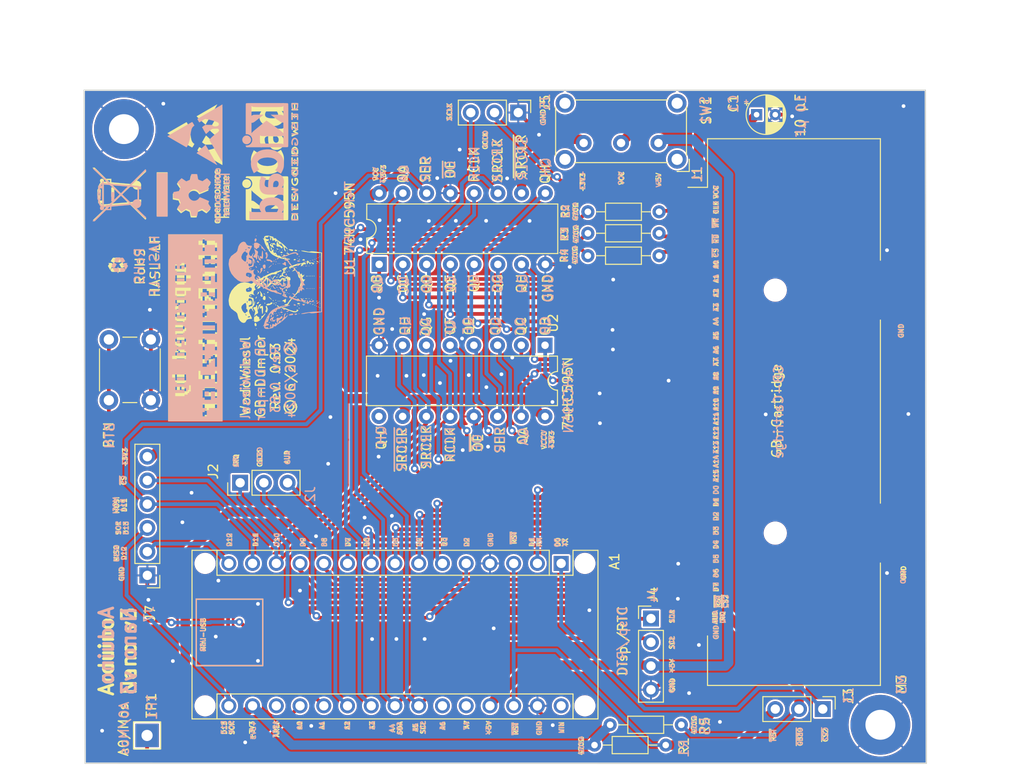
<source format=kicad_pcb>
(kicad_pcb (version 20240108) (generator "pcbnew") (generator_version "8.0")
  (title_block (title "GB-Dumper") (date "2024-06-02") (rev "0.83") (company "(C) WodoWiesel"))
  (layers (0 "F.Cu" mixed) (31 "B.Cu" mixed) (34 "B.Paste" user) (35 "F.Paste" user) (36 "B.SilkS" user "B.Silkscreen") (37 "F.SilkS" user "F.Silkscreen") (38 "B.Mask" user) (39 "F.Mask" user) (44 "Edge.Cuts" user))
  (net 0 "")
  (net 1 "Net-(A1-A5{slash}PC5{slash}SCL)")
  (net 2 "Net-(A1-D4{slash}PD4)")
  (net 3 "GND")
  (net 4 "Net-(A1-A3{slash}PC3)")
  (net 5 "Net-(A1-A0{slash}PC0)")
  (net 6 "Net-(A1-D11{slash}PB3{slash}MOSI)")
  (net 7 "Net-(A1-D9{slash}PB1)")
  (net 8 "Net-(A1-+3V3)")
  (net 9 "Net-(A1-A4{slash}PC4{slash}SDA)")
  (net 10 "Net-(A1-D10{slash}PB2{slash}SS)")
  (net 11 "Net-(A1-D8{slash}PB0)")
  (net 12 "Net-(A1-D7{slash}PD7)")
  (net 13 "Net-(A1-D3{slash}PD3{slash}INT1)")
  (net 14 "Net-(A1-A2{slash}PC2)")
  (net 15 "Net-(A1-D12{slash}PB4{slash}MISO)")
  (net 16 "Net-(A1-D13{slash}PB5{slash}SCK)")
  (net 17 "Net-(A1-D2{slash}PD2{slash}INT0)")
  (net 18 "Net-(A1-D0{slash}PD0{slash}TX)")
  (net 19 "Net-(A1-D5{slash}PD5)")
  (net 20 "Net-(A1-+5V)")
  (net 21 "Net-(J1-VCC)")
  (net 22 "Net-(J1-A14)")
  (net 23 "Net-(J1-A5)")
  (net 24 "Net-(J1-A4)")
  (net 25 "Net-(J1-A15)")
  (net 26 "Net-(J1-A11)")
  (net 27 "Net-(J1-A9)")
  (net 28 "Net-(J1-A2)")
  (net 29 "Net-(J1-A3)")
  (net 30 "Net-(J1-~{RES})")
  (net 31 "Net-(J1-A1)")
  (net 32 "Net-(J1-~{CS})")
  (net 33 "Net-(J1-A0)")
  (net 34 "Net-(J1-A13)")
  (net 35 "Net-(J1-A8)")
  (net 36 "Net-(J1-A7)")
  (net 37 "Net-(J1-A12)")
  (net 38 "Net-(J1-~{RD})")
  (net 39 "Net-(J1-A10)")
  (net 40 "Net-(J1-A6)")
  (net 41 "Net-(J1-~{WR})")
  (net 42 "Net-(U1-QH')")
  (net 45 "Net-(J1-VIN)")
  (net 46 "Net-(J1-CLK)")
  (net 47 "Net-(J3-Pin_3)")
  (net 48 "Net-(A1-A1{slash}PC1)")
  (net 49 "Net-(A1-D1{slash}PD1{slash}RX)")
  (net 53 "Net-(A1-D6{slash}PD6)")
  (footprint "Button_Switch_Keyboard:GameBoy_Cartridge_AGS_1x32-1MP_P1.50mm_Socket_Horizontal" (layer "F.Cu") (at 260.372 117.948 -90)
    (property "Reference" "J1")
    (property "Value" "GameBoy_Cartridge_MountingPin")
  )
  (footprint "Button_Switch_THT:SW_PUSH_6mm" (layer "F.Cu") (at 187.01 116.73 90)
    (property "Reference" "BTN")
    (property "Value" "SW_Push")
  )
  (footprint "Logos:wiesel-kicad-back-white" (layer "F.Cu") (at 204.81 104.11 90)
    (property "Reference" "G2" (hide yes))
    (property "Value" "LOGO" (hide yes))
  )
  (footprint "Package_DIP:DIP-16_W7.62mm" (layer "F.Cu") (at 233.687 110.846 -90)
    (property "Reference" "U2")
    (property "Value" "74HC595_sorted" (hide yes))
  )
  (footprint "Connector_PinHeader_2.54mm:PinHeader_1x04_P2.54mm_Vertical" (layer "F.Cu") (at 245.02 140.09)
    (property "Reference" "J4")
    (property "Value" "Conn_01x04_Pin")
  )
  (footprint "Button_Switch_THT:SW_E-Switch_EG1224_SPDT_Angled" (layer "F.Cu") (at 245.82 89.2 180)
    (property "Reference" "SW1")
    (property "Value" "SW_SPDT")
  )
  (footprint "Resistor_THT:R_Axial_DIN0204_L3.6mm_D1.6mm_P7.62mm_Horizontal" (layer "F.Cu") (at 246.6 153.63 180)
    (property "Reference" "R1")
    (property "Value" "470Ω")
  )
  (footprint "Resistor_THT:R_Axial_DIN0204_L3.6mm_D1.6mm_P7.62mm_Horizontal" (layer "F.Cu") (at 238.268 98.864)
    (property "Reference" "R3")
    (property "Value" "470Ω")
  )
  (footprint "Capacitor_THT:CP_Radial_D4.0mm_P2.00mm" (layer "F.Cu") (at 256.3226 86.17)
    (property "Reference" "C1")
    (property "Value" "10 µF")
  )
  (footprint "Symbol:OSHW-Logo_5.7x6mm_SilkScreen" (layer "F.Cu") (at 196.872 94.936 90)
    (property "Reference" "REF0" (hide yes))
    (property "Value" "OSHW-Logo_5.7x6mm_SilkScreen" (hide yes))
  )
  (footprint "Connector_PinHeader_2.54mm:PinHeader_1x03_P2.54mm_Vertical" (layer "F.Cu") (at 263.405 149.78 -90)
    (property "Reference" "J3")
    (property "Value" "Conn_01x03_Pin")
  )
  (footprint "Resistor_THT:R_Axial_DIN0204_L3.6mm_D1.6mm_P7.62mm_Horizontal" (layer "F.Cu") (at 248.27 151.46 180)
    (property "Reference" "R5")
    (property "Value" "470Ω")
  )
  (footprint "MountingHole:MountingHole_3.2mm_M3_Pad" (layer "F.Cu") (at 188.62 87.72)
    (property "Reference" "REF999**")
    (property "Value" "MountingHole_3.2mm_M3_Pad")
  )
  (footprint "Resistor_THT:R_Axial_DIN0204_L3.6mm_D1.6mm_P7.62mm_Horizontal" (layer "F.Cu") (at 238.268 101.264)
    (property "Reference" "R4")
    (property "Value" "470Ω")
  )
  (footprint "TestPoint:TestPoint_THTPad_2.5x2.5mm_Drill1.2mm" (layer "F.Cu") (at 191.1 152.6)
    (property "Reference" "TP1")
    (property "Value" "TestPoint")
  )
  (footprint "MountingHole:MountingHole_3.2mm_M3_Pad" (layer "F.Cu") (at 269.57 151.46)
    (property "Reference" "REF888**")
    (property "Value" "MountingHole_3.2mm_M3_Pad")
  )
  (footprint "Symbol:ESD-Logo_6.6x6mm_SilkScreen" (layer "F.Cu") (at 196.204512 88.311761 90)
    (property "Reference" "REF**" (hide yes))
    (property "Value" "ESD-Logo_6.6x6mm_SilkScreen" (hide yes))
  )
  (footprint "the_brutzler_logo:approved_theBrutzler" (layer "F.Cu") (at 196.27 108.98 90)
    (property "Reference" "G1" (hide yes))
    (property "Value" "LOGO" (hide yes))
  )
  (footprint "Module:Arduino_Nano_WithMountingHoles" (layer "F.Cu") (at 235.41 134.19 -90)
    (property "Reference" "A1")
    (property "Value" "Arduino_Nano_v3.x_sorted")
  )
  (footprint "Connector_PinHeader_2.54mm:PinHeader_1x03_P2.54mm_Vertical" (layer "F.Cu") (at 201.06 125.56 90)
    (property "Reference" "J2")
    (property "Value" "Conn_01x03_Pin")
  )
  (footprint "Connector_PinHeader_2.54mm:PinHeader_1x06_P2.54mm_Vertical" (layer "F.Cu") (at 191.13 135.47 180)
    (property "Reference" "J7")
    (property "Value" "Conn_01x06_Pin")
  )
  (footprint "Resistor_THT:R_Axial_DIN0204_L3.6mm_D1.6mm_P7.62mm_Horizontal" (layer "F.Cu") (at 238.268 96.564)
    (property "Reference" "R2")
    (property "Value" "470Ω")
  )
  (footprint "Connector_PinHeader_2.54mm:PinHeader_1x03_P2.54mm_Vertical" (layer "F.Cu") (at 230.82 85.95 -90)
    (property "Reference" "J5")
    (property "Value" "Conn_01x03_Pin")
  )
  (footprint "Symbol:WEEE-Logo_5.6x8mm_SilkScreen" (layer "F.Cu") (at 189.28 94.66 90)
    (property "Reference" "REF5" (hide yes))
    (property "Value" "WEEE-Logo_5.6x8mm_SilkScreen" (hide yes))
  )
  (footprint "Logos:recycling-symbol-kicad" (layer "F.Cu") (at 187.758674 102.295337)
    (property "Reference" "G3" (hide yes))
    (property "Value" "LOGO" (hide yes))
  )
  (footprint "Symbol:KiCad-Logo2_5mm_SilkScreen" (layer "F.Cu") (at 204.27 91.21 90)
    (property "Reference" "REF2" (hide yes))
    (property "Value" "KiCad-Logo2_5mm_SilkScreen" (hide yes))
  )
  (footprint "Package_DIP:DIP-16_W7.62mm" (layer "F.Cu") (at 215.937 102.19 90)
    (property "Reference" "U1")
    (property "Value" "74HC595_sorted")
  )
  (footprint "the_brutzler_logo:approved_theBrutzler" (layer "B.Cu") (at 196.27 108.98 -90)
    (property "Reference" "G1*" (hide yes))
    (property "Value" "LOGO" (hide yes))
  )
  (footprint "Symbol:OSHW-Logo_5.7x6mm_SilkScreen" (layer "B.Cu") (at 196.932 94.766 -90)
    (property "Reference" "REF0*" (hide yes))
    (property "Value" "OSHW-Logo_5.7x6mm_SilkScreen" (hide yes))
  )
  (footprint "Logos:wiesel-kicad-back-white" (layer "B.Cu") (at 204.81 104.11 -90)
    (property "Reference" "G2*")
    (property "Value" "LOGO" (hide yes))
  )
  (footprint "Logos:recycling-symbol-kicad" (layer "B.Cu") (at 188.208674 102.295337 180)
    (property "Reference" "G3*" (hide yes))
    (property "Value" "LOGO" (hide yes))
  )
  (footprint "Symbol:ESD-Logo_6.6x6mm_SilkScreen" (layer "B.Cu") (at 196.204512 88.328239 -90)
    (property "Reference" "REF2**" (hide yes))
    (property "Value" "ESD-Logo_6.6x6mm_SilkScreen" (hide yes))
  )
  (footprint "Symbol:WEEE-Logo_5.6x8mm_SilkScreen" (layer "B.Cu") (at 189.28 94.76 -90)
    (property "Reference" "REF4*" (hide yes))
    (property "Value" "WEEE-Logo_5.6x8mm_SilkScreen" (hide yes))
  )
  (footprint "Symbol:KiCad-Logo2_5mm_SilkScreen" (layer "B.Cu") (at 204.27 91.21 -90)
    (property "Reference" "REF1*" (hide yes))
    (property "Value" "KiCad-Logo2_5mm_SilkScreen" (hide yes))
  )
  (gr_rect (start 196.364 138.014) (end 203.476 145.126) (stroke (width 0.15)) (fill none) (layer "B.SilkS"))
  (gr_rect (start 196.364 138.014) (end 203.476 145.126) (stroke (width 0.15)) (fill none) (layer "F.SilkS"))
  (gr_line (start 274.378 83.564) (end 274.479997 155.570438) (stroke (width 0.15)) (layer "Edge.Cuts"))
  (gr_line (start 184.378 83.564) (end 274.378 83.564) (stroke (width 0.15)) (layer "Edge.Cuts"))
  (gr_line (start 184.478 155.564) (end 184.377469 83.56407) (stroke (width 0.15)) (layer "Edge.Cuts"))
  (gr_line (start 274.479997 155.570438) (end 184.478 155.564) (stroke (width 0.15)) (layer "Edge.Cuts"))
  (gr_text "QG" (at 228.578 104.264 90) (layer "B.SilkS") (effects (font (size 1 1)) (justify mirror)))
  (gr_text "D1" (at 251.986046 127.632874 90) (layer "B.SilkS") (effects (font (size 0.5 0.5) (thickness 0.125)) (justify mirror)))
  (gr_text "AUD" (at 206.14 122.89 90) (layer "B.SilkS") (effects (font (size 0.5 0.5) (thickness 0.125)) (justify mirror)))
  (gr_text "QD" (at 221.078 104.364 90) (layer "B.SilkS") (effects (font (size 1 1)) (justify mirror)))
  (gr_text "A4\nSDA" (at 217.72 151.85 90) (layer "B.SilkS") (effects (font (size 0.5 0.5) (thickness 0.125)) (justify mirror)))
  (gr_text "~{RD}" (at 251.986046 99.457678 90) (layer "B.SilkS") (effects (font (size 0.5 0.5) (thickness 0.125)) (justify mirror)))
  (gr_text "A6" (at 222.72 151.57 90) (layer "B.SilkS") (effects (font (size 0.5 0.5) (thickness 0.125)) (justify mirror)))
  (gr_text "J4" (at 245.24 137.54 90) (layer "B.SilkS") (effects (font (size 1 1)) (justify mirror)))
  (gr_text "SRCLK" (at 220.971898 121.745836 90) (layer "B.SilkS") (effects (font (size 1 1)) (justify mirror)))
  (gr_text "VCC\n+3V3" (at 215.93 92.49 90) (layer "B.SilkS") (effects (font (size 0.5 0.5) (thickness 0.125)) (justify mirror)))
  (gr_text "A5\nSCL" (at 220.24 151.75 90) (layer "B.SilkS") (effects (font (size 0.5 0.5) (thickness 0.125)) (justify mirror)))
  (gr_text "A0" (at 207.45 151.56 90) (layer "B.SilkS") (effects (font (size 0.5 0.5) (thickness 0.125)) (justify mirror)))
  (gr_text "~{SRCLR}" (at 231.3 90.86 90) (layer "B.SilkS") (effects (font (size 1 1)) (justify mirror)))
  (gr_text "CLK" (at 251.986046 96.100165 90) (layer "B.SilkS") (effects (font (size 0.5 0.5) (thickness 0.125)) (justify mirror)))
  (gr_text "D7" (at 251.978 136.664 90) (layer "B.SilkS") (effects (font (size 0.5 0.5) (thickness 0.125)) (justify mirror)))
  (gr_text "A13" (at 251.986046 121.756266 90) (layer "B.SilkS") (effects (font (size 0.5 0.5) (thickness 0.125)) (justify mirror)))
  (gr_text "QE" (at 225.453 108.782 90) (layer "B.SilkS") (effects (font (size 1 1)) (justify mirror)))
  (gr_text "VCC" (at 241.808 92.964 90) (layer "B.SilkS") (effects (font (size 0.5 0.5) (thickness 0.125)) (justify mirror)))
  (gr_text "A1" (at 251.986046 103.72165 90) (layer "B.SilkS") (effects (font (size 0.5 0.5) (thickness 0.125)) (justify mirror)))
  (gr_text "A0/Mos" (at 188.65 151.85 90) (layer "B.SilkS") (effects (font (size 1 1)) (justify mirror)))
  (gr_text "QH'" (at 233.77 92.05 90) (layer "B.SilkS") (effects (font (size 1 1)) (justify mirror)))
  (gr_text "SW1" (at 250.8 85.7 90) (layer "B.SilkS") (effects (font (size 1 1)) (justify mirror)))
  (gr_text "D5" (at 251.986046 133.690543 90) (layer "B.SilkS") (effects (font (size 0.5 0.5) (thickness 0.125)) (justify mirror)))
  (gr_text "AUD\nIRQ" (at 252.31 139.93 90) (layer "B.SilkS") (effects (font (size 0.5 0.5) (thickness 0.125)) (justify mirror)))
  (gr_text "A5" (at 251.986046 109.816992 90) (layer "B.SilkS") (effects (font (size 0.5 0.5) (thickness 0.125)) (justify mirror)))
  (gr_text "D3" (at 222.978 131.864 90) (layer "B.SilkS") (effects (font (size 0.5 0.5) (thickness 0.125)) (justify mirror)))
  (gr_text "VIN" (at 235.47 151.8 90) (layer "B.SilkS") (effects (font (size 0.5 0.5) (thickness 0.125)) (justify mirror)))
  (gr_text "J7" (at 191.29 139.62 90) (layer "B.SilkS") (effects (font (size 1 1)) (justify mirror)))
  (gr_text "A9" (at 251.986046 115.658233 90) (layer "B.SilkS") (effects (font (size 0.5 0.5) (thickness 0.125)) (justify mirror)))
  (gr_text "A10" (at 251.986046 117.180531 90) (layer "B.SilkS") (effects (font (size 0.5 0.5) (thickness 0.125)) (justify mirror)))
  (gr_text "470Ω" (at 236.908 101.134 90) (layer "B.SilkS") (effects (font (size 0.5 0.5) (thickness 0.125)) (justify mirror)))
  (gr_text "VCC" (at 251.986046 94.447165 90) (layer "B.SilkS") (effects (font (size 0.5 0.5) (thickness 0.125)) (justify mirror)))
  (gr_text "R1" (at 248.55 154 90) (layer "B.SilkS") (effects (font (size 1 1)) (justify mirror)))
  (gr_text "GND" (at 251.978 141.542518 90) (layer "B.SilkS") (effects (font (size 0.5 0.5) (thickness 0.125)) (justify mirror)))
  (gr_text "GND" (at 233.08 151.78 90) (layer "B.SilkS") (effects (font (size 0.5 0.5) (thickness 0.125)) (justify mirror)))
  (gr_text "A7" (at 225.27 151.56 90) (layer "B.SilkS") (effects (font (size 0.5 0.5) (thickness 0.125)) (justify mirror)))
  (gr_text "BTN" (at 187.1 120.52 90) (layer "B.SilkS") (effects (font (size 1 1)) (justify mirror)))
  (gr_text "GND" (at 233.5 86.58 90) (layer "B.SilkS") (effects (font (size 0.5 0.5) (thickness 0.125)) (justify mirror)))
  (gr_text "QC" (at 218.572 104.464 90) (layer "B.SilkS") (effects (font (size 1 1)) (justify mirror)))
  (gr_text "D12" (at 199.92 131.664 90) (layer "B.SilkS") (effects (font (size 0.5 0.5) (thickness 0.125)) (justify mirror)))
  (gr_text "D0\nTX" (at 235.378 131.964 90) (layer "B.SilkS") (effects (font (size 0.5 0.5) (thickness 0.125)) (justify mirror)))
  (gr_text "10 µF" (at 261.09 86.33 90) (layer "B.SilkS") (effects (font (size 1 1)) (justify mirror)))
  (gr_text "D13\nSCK" (at 199.71 151.73 90) (layer "B.SilkS") (effects (font (size 0.5 0.5) (thickness 0.125)) (justify mirror)))
  (gr_text "MOSI\nD11" (at 188.13 127.98 90) (layer "B.SilkS") (effects (font (size 0.5 0.5) (thickness 0.125)) (justify mirror)))
  (gr_text "SCK\nD13" (at 188.44 130.39 90) (layer "B.SilkS") (effects (font (size 0.5 0.5) (thickness 0.125)) (justify mirror)))
  (gr_text "~{OE}" (at 226.42 121.32 90) (layer "B.SilkS") (effects (font (size 1 1)) (justify mirror)))
  (gr_text "+5V" (at 227.64 151.73 90) (layer "B.SilkS") (effects (font (size 0.5 0.5) (thickness 0.125)) (justify mirror)))
  (gr_text "D2" (at 251.986046 129.152096 90) (layer "B.SilkS") (effects (font (size 0.5 0.5) (thickness 0.125)) (justify mirror)))
  (gr_text "A4" (at 251.986046 108.294694 90) (layer "B.SilkS") (effects (font (size 0.5 0.5) (thickness 0.125)) (justify mirror)))
  (gr_text "~{WR}" (at 251.986046 97.758547 90) (layer "B.SilkS") (effects (font (size 0.5 0.5) (thickness 0.125)) (justify mirror)))
  (gr_text "+3V3" (at 202.48 152.03 90) (layer "B.SilkS") (effects (font (size 0.5 0.5) (thickness 0.125)) (justify mirror)))
  (gr_text "GND" (at 216.003 108.264 90) (layer "B.SilkS") (effects (font (size 1 1)) (justify mirror)))
  (gr_text "RCLK" (at 223.524674 121.470922 90) (layer "B.SilkS") (effects (font (size 1 1)) (justify mirror)))
  (gr_text "D2" (at 225.32 131.918 90) (layer "B.SilkS") (effects (font (size 0.5 0.5) (thickness 0.125)) (justify mirror)))
  (gr_text "WodoWiesel\nGB-Dumper\nRev. 0.83\n© 6/2024" (at 204.04 114.5 90) (layer "B.SilkS") (effects (font (size 1 1)) (justify mirror)))
  (gr_text "QB" (at 215.778 104.364 90) (layer "B.SilkS") (effects (font (size 1 1)) (justify mirror)))
  (gr_text "~{CS2}" (at 263.7 152.44 90) (layer "B.SilkS") (effects (font (size 0.5 0.5) (thickness 0.125)) (justify mirror)))
  (gr_text "D7" (at 212.605264 131.905388 90) (layer "B.SilkS") (effects (font (size 0.5 0.5) (thickness 0.125)) (justify mirror)))
  (gr_text "A1" (at 209.82 151.57 90) (layer "B.SilkS") (effects (font (size 0.5 0.5) (thickness 0.125)) (justify mirror)))
  (gr_text "R5" (at 250.85 151.62 90) (layer "B.SilkS") (effects (font (size 1 1)) (justify mirror)))
  (gr_text "~{CS}" (at 188.57 125.27 90) (layer "B.SilkS") (effects (font (size 0.5 0.5) (thickness 0.125)) (justify mirror)))
  (gr_text "SRCLK" (at 228.573448 91.164 90) (layer "B.SilkS") (effects (font (size 1 1)) (justify mirror)))
  (gr_text "A6" (at 251.986046 111.340443 90) (layer "B.SilkS") (effects (font (size 0.5 0.5) (thickness 0.125)) (justify mirror)))
  (gr_text "GB31" (at 203.17 122.71 90) (layer "B.SilkS") (effects (font (size 0.5 0.5) (thickness 0.125)) (justify mirror)))
  (gr_text "A12" (at 251.986046 120.233968 90) (layer "B.SilkS") (effects (font (size 0.5 0.5) (thickness 0.125)) (justify mirror)))
  (gr_text "+5V" (at 245.85 93.18 90) (layer "B.SilkS") (effects (font (size 0.5 0.5) (thickness 0.125)) (justify mirror)))
  (gr_text "74HC595N" (at 236.2 116.36 90) (layer "B.SilkS") (effects (font (size 1 1)) (justify mirror)))
  (gr_text "GND" (at 271.768365 109.296025 90) (layer "B.SilkS") (effects (font (size 0.5 0.5) (thickness 0.125)) (justify mirror)))
  (gr_text "~{CS}" (at 251.970669 100.956911 90) (layer "B.SilkS") (effects (font (size 0.5 0.5) (thickness 0.125)) (justify mirror)))
  (gr_text "D4" (at 220.229283 131.905388 90) (layer "B.SilkS") (effects (font (size 0.5 0.5) (thickness 0.125)) (justify mirror)))
  (gr_text "470Ω" (at 237.59 153.65 90) (layer "B.SilkS") (effects (font (size 0.5 0.5) (thickness 0.125)) (justify mirror)))
  (gr_text "QA" (at 218.578 92.464 90) (layer "B.SilkS") (effects (font (size 1 1)) (justify mirror)))
  (gr_text "A14" (at 251.986046 123.281639 90) (layer "B.SilkS") (effects (font (size 0.5 0.5) (thickness 0.125)) (justify mirror)))
  (gr_text "A11" (at 251.986046 118.702829 90) (layer "B.SilkS") (effects (font (size 0.5 0.5) (thickness 0.125)) (justify mirror)))
  (gr_text "QB" (at 233.753 108.739 90) (layer "B.SilkS") (effects (font (size 1 1)) (justify mirror)))
  (gr_text "~{SRCLR}" (at 218.37 121.95 90) (layer "B.SilkS") (effects (font (size 1 1)) (justify mirror)))
  (gr_text "A8" (at 251.986046 114.131322 90) (layer "B.SilkS") (effects (font (size 0.5 0.5) (thickness 0.125)) (justify mirror)))
  (gr_text "SER" (at 220.978 91.964 90) (layer "B.SilkS") (effects (font (size 1 1)) (justify mirror)))
  (gr_text "D1\nRX" (at 232.680892 131.905388 90) (layer "B.SilkS") (effects (font (size 0.5 0.5) (thickness 0.125)) (justify mirror)))
  (gr_text "+5V" (at 247.3 145.09 90) (layer "B.SilkS") (effects (font (size 0.5 0.5) (thickness 0.125)) (justify mirror)))
  (gr_text "SER" (at 228.865867 120.960367 90) (layer "B.SilkS") (effects (font (size 1 1)) (justify mirror)))
  (gr_text "~{GB30}" (at 260.99 152.7 90) (layer "B.SilkS") (effects (font (size 0.5 0.5) (thickness 0.125)) (justify mirror)))
  (gr_text "D6" (at 214.678 131.864 90) (layer "B.SilkS") (effects (font (size 0.5 0.5) (thickness 0.125)) (justify mirror)))
  (gr_text "J2" (at 208.57 126.79 90) (layer "B.SilkS") (effects (font (size 1 1)) (justify mirror)))
  (gr_text "Disp./RTC" (at 241.96 142.55 90) (layer "B.SilkS") (effects (font (size 1 1)) (justify mirror)))
  (gr_text "MISO\nD12" (at 188.25 133.12 90) (layer "B.SilkS") (effects (font (size 0.5 0.5) (thickness 0.125)) (justify mirror)))
  (gr_text "TP1" (at 191.65 149.6 90) (layer "B.SilkS") (effects (font (size 1 1)) (justify mirror)))
  (gr_text "J3" (at 266.18 148.33 90) (layer "B.SilkS") (effects (font (size 1 1)) (justify mirror)))
  (gr_text "~{RST}" (at 230.56 151.89 90) (layer "B.SilkS") (effects (font (size 0.5 0.5) (thickness 0.125)) (justify mirror)))
  (gr_text "SCLK" (at 223.48 85.95 90) (layer "B.SilkS") (effects (font (size 0.5 0.5) (thickness 0.125)) (justify mirror)))
  (gr_text "QH" (at 231.272 104.264 90) (layer "B.SilkS") (effects (font (size 1 1)) (justify mirror)))
  (gr_text "~{RST}\n~{CS2}" (at 252.67 138.26 90) (layer "B.SilkS") (effects (font (size 0.5 0.5) (thickness 0.125)) (justify mirror)))
  (gr_text "GND" (at 234.066 104.764 90) (layer "B.SilkS") (effects (font (size 1 1)) (justify mirror)))
  (gr_text "VCCC\n+3V3" (at 233.956 120.864 90) (layer "B.SilkS") (effects (font (size 0.5 0.5) (thickness 0.125)) (justify mirror)))
  (gr_text "A15" (at 251.986046 124.803937 90) (layer "B.SilkS") (effects (font (size 0.5 0.5) (thickness 0.125)) (justify mirror)))
  (gr_text "D3" (at 251.986046 130.682083 90) (layer "B.SilkS") (effects (font (size 0.5 0.5) (thickness 0.125)) (justify mirror)))
  (gr_text "QF" (at 223.578 109.039 90) (layer "B.SilkS") (effects (font (size 1 1)) (justify mirror)))
  (gr_text "A0" (at 251.986046 102.199352 90) (layer "B.SilkS") (effects (font (size 0.5 0.5) (thickness 0.125)) (justify mirror)))
  (gr_text "Arduino \nNano v3" (at 187.96 143.57 90) (layer "B.SilkS") (effects (font (size 1.5 1.5) (thickness 0.3)) (justify mirror)))
  (gr_text "QG" (at 220.878 108.939 90) (layer "B.SilkS") (effects (font (size 1 1)) (justify mirror)))
  (gr_text "Mini-USB" (at 197.078 141.824 90) (layer "B.SilkS") (effects (font (size 0.5 0.5) (thickness 0.125)) (justify mirror)))
  (gr_text "SDA" (at 247.3 139.81 90) (layer "B.SilkS") (effects (font (size 0.5 0.5) (thickness 0.125)) (justify mirror)))
  (gr_text "A3" (at 251.986046 106.772396 90) (layer "B.SilkS") (effects (font (size 0.5 0.5) (thickness 0.125)) (justify mirror)))
  (gr_text "SCL" (at 247.31 142.67 90) (layer "B.SilkS") (effects (font (size 0.5 0.5) (thickness 0.125)) (justify mirror)))
  (gr_text "470Ω" (at 236.998 98.914 90) (layer "B.SilkS") (effects (font (size 0.5 0.5) (thickness 0.125)) (justify mirror)))
  (gr_text "+3V3" (at 188.75 122.66 90) (layer "B.SilkS") (effects (font (size 0.5 0.5) (thickness 0.125)) (justify mirror)))
  (gr_text "D6" (at 251.978 135.264 90) (layer "B.SilkS") (effects (font (size 0.5 0.5) (thickness 0.125)) (justify mirror)))
  (gr_text "GND" (at 227.86 131.664 90) (layer "B.SilkS") (effects (font (size 0.5 0.5) (thickness 0.125)) (justify mirror)))
  (gr_text "D8" (at 210.070688 131.905388 90) (layer "B.SilkS") (effects (font (size 0.5 0.5) (thickness 0.125)) (justify mirror)))
  (gr_text "+3V3" (at 237.71 93.18 90) (layer "B.SilkS") (effects (font (size 0.5 0.5) (thickness 0.125)) (justify mirror)))
  (gr_text "GND" (at 188.41 135.28 90) (layer "B.SilkS") (effects (font (size 0.5 0.5) (thickness 0.125)) (justify mirror)))
  (gr_text "GCLK" (at 227.31 88.8 90) (layer "B.SilkS") (effects (font (size 0.5 0.5) (thickness 0.125)) (justify mirror)))
  (gr_text "~{RST}" (at 230.378 131.464 90) (layer "B.SilkS") (effects (font (size 0.5 0.5) (thickness 0.125)) (justify mirror)))
  (gr_text "D10" (at 204.98142 131.643884 90) (layer "B.SilkS") (effects (font (size 0.5 0.5) (thickness 0.125)) (justify mirror)))
  (gr_text "QD" (at 228.453 108.789 90) (layer "B.SilkS") (effects (font (size 1 1)) (justify mirror)))
  (gr_text "A2" (at 212.54 151.54 90) (layer "B.SilkS") (effects (font (size 0.5 0.5) (thickness 0.125)) (justify mirror)))
  (gr_text "+" (at 255.18 84.78 90) (layer "B.SilkS") (effects (font (size 0.5 0.5) (thickness 0.125)) (justify mirror)))
  (gr_text "A7" (at 251.986046 112.609024 90) (layer "B.SilkS") (effects (font (size 0.5 0.5) (thickness 0.125)) (justify mirror)))
  (gr_text "D5" (at 217.694707 131.905388 90) (layer "B.SilkS") (effects (font (size 0.5 0.5) (thickness 0.125)) (justify mirror)))
  (gr_text "~{OE}" (at 223.578 92.064 90) (layer "B.SilkS") (effects (font (size 1 1)) (justify mirror)))
  (gr_text "C1" (at 253.85 85.02 90) (layer "B.SilkS") (effects (font (size 1 1)) (justify mirror)))
  (gr_text "470Ω" (at 249.67 151.42 90) (layer "B.SilkS") (effects (font (size 0.5 0.5) (thickness 0.125)) (justify mirror)))
  (gr_text "IRQ" (at 200.6 123.26 90) (layer "B.SilkS") (effects (font (size 0.5 0.5) (thickness 0.125)) (justify mirror)))
  (gr_text "74HC595N" (at 212.79 97.16 90) (layer "B.SilkS") (effects (font (size 1 1)) (justify mirror)))
  (gr_text "QH'" (at 216.163281 120.737392 90) (layer "B.SilkS") (effects (font (size 1 1)) (justify mirror)))
  (gr_text "J5" (at 233.7 84.81 90) (layer "B.SilkS") (effects (font (size 1 1)) (justify mirror)))
  (gr_text "GND" (at 272.01 135.62 90) (layer "B.SilkS") (effects (font (size 0.5 0.5) (thickness 0.125)) (justify mirror)))
  (gr_text "RCLK" (at 226.178 91.464 90) (layer "B.SilkS") (effects (font (size 1 1)) (justify mirror)))
  (gr_text "QE" (at 223.652 104.364 90) (layer "B.SilkS") (effects (font (size 1 1)) (justify mirror)))
  (gr_text "M3" (at 271.85 147.18 90) (layer "B.SilkS") (effects (font (size 1 1)) (justify mirror)))
  (gr_text "GND" (at 247.25 147.32 90) (layer "B.SilkS") (effects (font (size 0.5 0.5) (thickness 0.125)) (justify mirror)))
  (gr_text "QF" (at 226.078 104.164 90) (layer "B.SilkS") (effects (font (size 1 1)) (justify mirror)))
  (gr_text "D0" (at 251.986046 126.32585 90) (layer "B.SilkS") (effects (font (size 0.5 0.5) (thickness 0.125)) (justify mirror)))
  (gr_text "QC" (at 231.028 108.839 90) (layer "B.SilkS") (effects (font (size 1 1)) (justify mirror)))
  (gr_text "QA" (at 231.378 120.614 90) (layer "B.SilkS") (effects (font (size 1 1)) (justify mirror)))
  (gr_text "D9" (at 207.7775 131.905388 90) (layer "B.SilkS") (effects (font (size 0.5 0.5) (thickness 0.125)) (justify mirror)))
  (gr_text "QH" (at 218.753 108.764 90) (layer "B.SilkS") (effects (font (size 1 1)) (justify mirror)))
  (gr_text "A3" (at 215.22 151.52 90) (layer "B.SilkS") (effects (font (size 0.5 0.5) (thickness 0.125)) (justify mirror)))
  (gr_text "D4" (at 251.986046 132.168245 90) (layer "B.SilkS") (effects (font (size 0.5 0.5) (thickness 0.125)) (justify mirror)))
  (gr_text "D11" (at 202.708348 131.643884 90) (layer "B.SilkS") (effects (font (size 0.5 0.5) (thickness 0.125)) (justify mirror)))
  (gr_text "AREF" (at 204.87 151.94 90) (layer "B.SilkS") (effects (font (size 0.5 0.5) (thickness 0.125)) (justify mirror)))
  (gr_text "RoHS\nHASL-LF" (at 191.09 102.36 90) (layer "B.SilkS") (effects (font (size 1 1)) (justify mirror)))
  (gr_text "~{RST}" (at 258.17 152.63 90) (layer "B.SilkS") (effects (font (size 0.5 0.5) (thickness 0.125)) (justify mirror)))
  (gr_text "470Ω" (at 236.928 96.514 90) (layer "B.SilkS") (effects (font (size 0.5 0.5) (thickness 0.125)) (justify mirror)))
  (gr_text "A2" (at 251.986046 105.243947 90) (layer "B.SilkS") (effects (font (size 0.5 0.5) (thickness 0.125)) (justify mirror)))
  (gr_text "GB-Cartridge" (at 258.678 117.964 90) (layer "B.SilkS") (effects (font (size 1 1)) (justify mirror)))
  (gr_text "D7" (at 251.99 136.744 90) (layer "F.SilkS") (effects (font (size 0.5 0.5) (thickness 0.125))))
  (gr_text "A1" (at 209.82 151.51 90) (layer "F.SilkS") (effects (font (size 0.5 0.5) (thickness 0.125))))
  (gr_text "QB" (at 215.668 104.232 90) (layer "F.SilkS") (effects (font (size 1 1))))
  (gr_text "AUD" (at 206.07 122.82 90) (layer "F.SilkS") (effects (font (size 0.5 0.5) (thickness 0.125))))
  (gr_text "QE" (at 223.542 104.232 90) (layer "F.SilkS") (effects (font (size 1 1))))
  (gr_text "D4" (at 251.99 132.172 90) (layer "F.SilkS") (effects (font (size 0.5 0.5) (thickness 0.125))))
  (gr_text "A0" (at 251.99 102.2 90) (layer "F.SilkS") (effects (font (size 0.5 0.5) (thickness 0.125))))
  (gr_text "AUD\nIRQ" (at 252.29 139.97 90) (layer "F.SilkS") (effects (font (size 0.5 0.5) (thickness 0.125))))
  (gr_text "SCK\nD13" (at 188.45 130.4 90) (layer "F.SilkS") (effects (font (size 0.5 0.5) (thickness 0.125))))
  (gr_text "D2" (at 225.32 131.918 90) (layer "F.SilkS") (effects (font (size 0.5 0.5) (thickness 0.125))))
  (gr_text "470Ω" (at 237.56 153.72 90) (layer "F.SilkS") (effects (font (size 0.5 0.5) (thickness 0.125))))
  (gr_text "QH'" (at 216.176 120.742 90) (layer "F.SilkS") (effects (font (size 1 1))))
  (gr_text "D3" (at 251.99 130.68322 90) (layer "F.SilkS") (effects (font (size 0.5 0.5) (thickness 0.125))))
  (gr_text "~{OE}" (at 223.542 92.04 90) (layer "F.SilkS") (effects (font (size 1 1))))
  (gr_text "QD" (at 221.002 104.232 90) (layer "F.SilkS") (effects (font (size 1 1))))
  (gr_text "MOSI\nD11" (at 188.27 127.96 90) (layer "F.SilkS") (effects (font (size 0.5 0.5) (thickness 0.125))))
  (gr_text "GND" (at 247.33 147.21 90) (layer "F.SilkS") (effects (font (size 0.5 0.5) (thickness 0.125))))
  (gr_text "QH'" (at 233.702 92.294 90) (layer "F.SilkS") (effects (font (size 1 1))))
  (gr_text "D10" (at 205 131.664 90) (layer "F.SilkS") (effects (font (size 0.5 0.5) (thickness 0.125))))
  (gr_text "A12" (at 251.99 120.234 90) (layer "F.SilkS") (effects (font (size 0.5 0.5) (thickness 0.125))))
  (gr_text "QD" (at 228.368 108.804 90) (layer "F.SilkS") (effects (font (size 1 1))))
  (gr_text "QC" (at 231.162 108.804 90) (layer "F.SilkS") (effects (font (size 1 1))))
  (gr_text "CLK" (at 251.99 96.104 90) (layer "F.SilkS") (effects (font (size 0.5 0.5) (thickness 0.125))))
  (gr_text "D0\nTX" (at 235.48 131.918 90) (layer "F.SilkS") (effects (font (size 0.5 0.5) (thickness 0.125))))
  (gr_text "~{OE}" (at 226.54 121.28 90) (layer "F.SilkS") (effects (font (size 1 1))))
  (gr_text "A5\nSCL" (at 220.228 151.75 90) (layer "F.SilkS") (effects (font (size 0.5 0.5) (thickness 0.125))))
  (gr_text "VCC" (at 241.88 92.964 90) (layer "F.SilkS") (effects (font (size 0.5 0.5) (thickness 0.125))))
  (gr_text "QF" (at 226.082 104.232 90) (layer "F.SilkS") (effects (font (size 1 1))))
  (gr_text "QA" (at 231.278 120.564 90) (layer "F.SilkS") (effects (font (size 1 1))))
  (gr_text "MISO\nD12" (at 188.23 133.11 90) (layer "F.SilkS") (effects (font (size 0.5 0.5) (thickness 0.125))))
  (gr_text "~{RD}" (at 251.99 99.464 90) (layer "F.SilkS") (effects (font (size 0.5 0.5) (thickness 0.125))))
  (gr_text "QG" (at 221.002 108.804 90) (layer "F.SilkS") (effects (font (size 1 1))))
  (gr_text "A4\nSDA" (at 217.77 151.81 90) (layer "F.SilkS") (effects (font (size 0.5 0.5) (thickness 0.125))))
  (gr_text "+5V" (at 227.68 151.81 90) (layer "F.SilkS") (effects (font (size 0.5 0.5) (thickness 0.125))))
  (gr_text "D1" (at 251.99 127.63522 90) (layer "F.SilkS") (effects (font (size 0.5 0.5) (thickness 0.125))))
  (gr_text "IRQ" (at 200.64 123.15 90) (layer "F.SilkS") (effects (font (size 0.5 0.5) (thickness 0.125))))
  (gr_text "RoHS\nHASL-LF" (at 191.17 102.43 90) (layer "F.SilkS") (effects (font (size 1 1))))
  (gr_text "A6" (at 251.99 111.344 90) (layer "F.SilkS") (effects (font (size 0.5 0.5) (thickness 0.125))))
  (gr_text "D13\nSCK" (at 199.79 151.78 90) (layer "F.SilkS") (effects (font (size 0.5 0.5) (thickness 0.125))))
  (gr_text "SCLK" (at 223.46 85.85 90) (layer "F.SilkS") (effects (font (size 0.5 0.5) (thickness 0.125))))
  (gr_text "GND" (at 272.056 135.22 90) (layer "F.SilkS") (effects (font (size 0.5 0.5) (thickness 0.125))))
  (gr_text "GB-Cartridge" (at 258.478 117.864 90) (layer "F.SilkS") (effects (font (size 1 1))))
  (gr_text "D2" (at 251.99 129.15922 90) (layer "F.SilkS") (effects (font (size 0.5 0.5) (thickness 0.125))))
  (gr_text "GND" (at 233.956 104.74 90) (layer "F.SilkS") (effects (font (size 1 1))))
  (gr_text "A6" (at 222.74 151.56 90) (layer "F.SilkS") (effects (font (size 0.5 0.5) (thickness 0.125))))
  (gr_text "470Ω" (at 249.64 151.49 90) (layer "F.SilkS") (effects (font (size 0.5 0.5) (thickness 0.125))))
  (gr_text "SDA" (at 247.28 139.88 90) (layer "F.SilkS") (effects (font (size 0.5 0.5) (thickness 0.125))))
  (gr_text "D7" (at 212.62 131.918 90) (layer "F.SilkS") (effects (font (size 0.5 0.5) (thickness 0.125))))
  (gr_text "VCCC\n+3V3" (at 234 121.01 90) (layer "F.SilkS") (effects (font (size 0.5 0.5) (thickness 0.125))))
  (gr_text "D11" (at 202.714 131.664 90) (layer "F.SilkS") (effects (font (size 0.5 0.5) (thickness 0.125))))
  (gr_text "D12" (at 199.92 131.664 90) (layer "F.SilkS") (effects (font (size 0.5 0.5) (thickness 0.125))))
  (gr_text "AREF" (at 204.99 151.88 90) (layer "F.SilkS") (effects (font (size 0.5 0.5) (thickness 0.125))))
  (gr_text "~{RST}" (at 230.56 151.89 90) (layer "F.SilkS") (effects (font (size 0.5 0.5) (thickness 0.125))))
  (gr_text "Arduino \nNano v3" (at 187.96 143.57 90) (layer "F.SilkS") (effects (font (size 1.5 1.5) (thickness 0.3))))
  (gr_text "A5" (at 251.99 109.82 90) (layer "F.SilkS") (effects (font (size 0.5 0.5) (thickness 0.125))))
  (gr_text "QC" (at 218.462 104.232 90) (layer "F.SilkS") (effects (font (size 1 1))))
  (gr_text "D8" (at 210.08 131.918 90) (layer "F.SilkS") (effects (font (size 0.5 0.5) (thickness 0.125))))
  (gr_text "A13" (at 251.99 121.758 90) (layer "F.SilkS") (effects (font (size 0.5 0.5) (thickness 0.125))))
  (gr_text "D1\nRX" (at 232.686 131.918 90) (layer "F.SilkS") (effects (font (size 0.5 0.5) (thickness 0.125))))
  (gr_text "~{GB30}" (at 260.99 152.76 90) (layer "F.SilkS") (effects (font (size 0.5 0.5) (thickness 0.125))))
  (gr_text "QA" (at 218.462 92.548 90) (layer "F.SilkS") (effects (font (size 1 1))))
  (gr_text "A2" (at 212.54 151.52 90) (layer "F.SilkS") (effects (font (size 0.5 0.5) (thickness 0.125))))
  (gr_text "A9" (at 251.99 115.662 90) (layer "F.SilkS") (effects (font (size 0.5 0.5) (thickness 0.125))))
  (gr_text "D4" (at 220.24 131.918 90) (layer "F.SilkS") (effects (font (size 0.5 0.5) (thickness 0.125))))
  (gr_text "A7" (at 251.99 112.614 90) (layer "F.SilkS") (effects (font (size 0.5 0.5) (thickness 0.125))))
  (gr_text "D3" (at 222.878 131.905388 90) (layer "F.SilkS") (effects (font (size 0.5 0.5) (thickness 0.125))))
  (gr_text "A3" (at 215.19 151.51 90) (layer "F.SilkS") (effects (font (size 0.5 0.5) (thickness 0.125))))
  (gr_text "~{RST}" (at 258.11 152.56 90) (layer "F.SilkS") (effects (font (size 0.5 0.5) (thickness 0.125))))
  (gr_text "~{WR}" (at 251.99 97.764 90) (layer "F.SilkS") (effects (font (size 0.5 0.5) (thickness 0.125))))
  (gr_text "A8" (at 251.99 114.138 90) (layer "F.SilkS") (effects (font (size 0.5 0.5) (thickness 0.125))))
  (gr_text "+5V" (at 247.28 145.18 90) (layer "F.SilkS") (effects (font (size 0.5 0.5) (thickness 0.125))))
  (gr_text "D9" (at 207.794 131.918 90) (layer "F.SilkS") (effects (font (size 0.5 0.5) (thickness 0.125))))
  (gr_text "~{SRCLR}" (at 231.13 90.64 90) (layer "F.SilkS") (effects (font (size 1 1))))
  (gr_text "WodoWiesel\nGB-Dumper\nRev. 0.83\n© 6/2024" (at 204.04 114.16 90) (layer "F.SilkS") (effects (font (size 1 1))))
  (gr_text "~{SRCLR}" (at 218.39 122.03 90) (layer "F.SilkS") (effects (font (size 1 1))))
  (gr_text "GND" (at 251.99 141.57 90) (layer "F.SilkS") (effects (font (size 0.5 0.5) (thickness 0.125))))
  (gr_text "Disp./RTC" (at 241.99 142.48 90) (layer "F.SilkS") (effects (font (size 1 1))))
  (gr_text "GND" (at 233.47 86.34 90) (layer "F.SilkS") (effects (font (size 0.5 0.5) (thickness 0.125))))
  (gr_text "GND" (at 271.802 109.312 90) (layer "F.SilkS") (effects (font (size 0.5 0.5) (thickness 0.125))))
  (gr_text "GND" (at 215.922 108.296 90) (layer "F.SilkS") (effects (font (size 1 1))))
  (gr_text "A0" (at 207.43 151.51 90) (layer "F.SilkS") (effects (font (size 0.5 0.5) (thickness 0.125))))
  (gr_text "A2" (at 251.99 105.248 90) (layer "F.SilkS") (effects (font (size 0.5 0.5) (thickness 0.125))))
  (gr_text "QF" (at 223.542 108.804 90) (layer "F.SilkS") (effects (font (size 1 1))))
  (gr_text "QB" (at 233.702 108.804 90) (layer "F.SilkS") (effects (font (size 1 1))))
  (gr_text "SRCLK" (at 228.622 91.024 90) (layer "F.SilkS") (effects (font (size 1 1))))
  (gr_text "+5V" (at 245.83 93.16 90) (layer "F.SilkS") (effects (font (size 0.5 0.5) (thickness 0.125))))
  (gr_text "~{CS}" (at 188.63 125.33 90) (layer "F.SilkS") (effects (font (size 0.5 0.5) (thickness 0.125))))
  (gr_text "SER" (at 228.876 120.996 90) (layer "F.SilkS") (effects (font (size 1 1))))
  (gr_text "SCL" (at 247.26 142.67 90) (layer "F.SilkS") (effects (font (size 0.5 0.5) (thickness 0.125))))
  (gr_text "RCLK" (at 223.542 121.504 90) (layer "F.SilkS") (effects (font (size 1 1))))
  (gr_text "~{CS}" (at 251.978 100.964 90) (layer "F.SilkS") (effects (font (size 0.5 0.5) (thickness 0.125))))
  (gr_text "+3V3" (at 237.71 93.41 90) (layer "F.SilkS") (effects (font (size 0.5 0.5) (thickness 0.125))))
  (gr_text "GB31" (at 203.17 122.89 90) (layer "F.SilkS") (effects (font (size 0.5 0.5) (thickness 0.125))))
  (gr_text "A7" (at 225.32 151.45 90) (layer "F.SilkS") (effects (font (size 0.5 0.5) (thickness 0.125))))
  (gr_text "D0" (at 251.99 126.33 90) (layer "F.SilkS") (effects (font (size 0.5 0.5) (thickness 0.125))))
  (gr_text "A11" (at 251.99 118.71 90) (layer "F.SilkS") (effects (font (size 0.5 0.5) (thickness 0.125))))
  (gr_text "A1" (at 251.99 103.724 90) (layer "F.SilkS") (effects (font (size 0.5 0.5) (thickness 0.125))))
  (gr_text "A15" (at 251.99 124.806 90) (layer "F.SilkS") (effects (font (size 0.5 0.5) (thickness 0.125))))
  (gr_text "74HC595N" (at 212.79 97.32 90) (layer "F.SilkS") (effects (font (size 1 1))))
  (gr_text "QH" (at 218.716 108.764 90) (layer "F.SilkS") (effects (font (size 1 1))))
  (gr_text "RCLK" (at 226.082 91.532 90) (layer "F.SilkS") (effects (font (size 1 1))))
  (gr_text "A10" (at 251.99 117.186 90) (layer "F.SilkS") (effects (font (size 0.5 0.5) (thickness 0.125))))
  (gr_text "~{CS2}" (at 263.7 152.57 90) (layer "F.SilkS") (effects (font (size 0.5 0.5) (thickness 0.125))))
  (gr_text "~{RST}" (at 230.378 131.464 90) (layer "F.SilkS") (effects (font (size 0.5 0.5) (thickness 0.125))))
  (gr_text "QG" (at 228.622 104.232 90) (layer "F.SilkS") (effects (font (size 1 1))))
  (gr_text "VCC\n+3V3" (at 216 92.53 90) (layer "F.SilkS") (effects (font (size 0.5 0.5) (thickness 0.125))))
  (gr_text "VCC" (at 251.99 94.453 90) (layer "F.SilkS") (effects (font (size 0.5 0.5) (thickness 0.125))))
  (gr_text "QE" (at 225.574 108.804 90) (layer "F.SilkS") (effects (font (size 1 1))))
  (gr_text "VIN" (at 235.45 151.73 90) (layer "F.SilkS") (effects (font (size 0.5 0.5) (thickness 0.125))))
  (gr_text "A14" (at 251.99 123.282 90) (layer "F.SilkS") (effects (font (size 0.5 0.5) (thickness 0.125))))
  (gr_text "Mini-USB" (at 197.126 141.824 90) (layer "F.SilkS") (effects (font (size 0.5 0.5) (thickness 0.125))))
  (gr_text "SRCLK" (at 221.002 121.758 90) (layer "F.SilkS") (effects (font (size 1 1))))
  (gr_text "GCLK" (at 227.29 88.94 90) (layer "F.SilkS") (effects (font (size 0.5 0.5) (thickness 0.125))))
  (gr_text "GND" (at 227.86 131.664 90) (layer "F.SilkS") (effects (font (size 0.5 0.5) (thickness 0.125))))
  (gr_text "SER" (at 220.878 92.04 90) (layer "F.SilkS") (effects (font (size 1 1))))
  (gr_text "D6" (at 214.578 131.918 90) (layer "F.SilkS") (effects (font (size 0.5 0.5) (thickness 0.125))))
  (gr_text "D5" (at 217.7 131.918 90) (layer "F.SilkS") (effects (font (size 0.5 0.5) (thickness 0.125))))
  (gr_text "+3V3" (at 202.34 152.06 90) (layer "F.SilkS") (effects (font (size 0.5 0.5) (thickness 0.125))))
  (gr_text "+3V3" (at 188.75 122.83 90) (layer "F.SilkS") (effects (font (size 0.5 0.5) (thickness 0.125))))
  (gr_text "GND" (at 188.38 135.34 90) (layer "F.SilkS") (effects (font (size 0.5 0.5) (thickness 0.125))))
  (gr_text "A4" (at 251.99 108.296 90) (layer "F.SilkS") (effects (font (size 0.5 0.5) (thickness 0.125))))
  (gr_text "QH" (at 231.162 104.232 90) (layer "F.SilkS") (effects (font (size 1 1))))
  (gr_text "74HC595N" (at 236.11 116.01 90) (layer "F.SilkS") (effects (font (size 1 1))))
  (gr_text "~{RST}\n~{CS2}" (at 252.59 138.25 90) (layer "F.SilkS") (effects (font (size 0.5 0.5) (thickness 0.125))))
  (gr_text "A3" (at 251.99 106.772 90) (layer "F.SilkS") (effects (font (size 0.5 0.5) (thickness 0.125))))
  (gr_text "M3" (at 271.82 147.12 90) (layer "F.SilkS") (effects (font (size 1 1))))
  (gr_text "A0/Mos" (at 188.58 151.96 90) (layer "F.SilkS") (effects (font (size 1 1))))
  (gr_text "D6" (at 251.99 135.22 90) (layer "F.SilkS") (effects (font (size 0.5 0.5) (thickness 0.125))))
  (gr_text "D5" (at 251.99 133.696 90) (layer "F.SilkS") (effects (font (size 0.5 0.5) (thickness 0.125))))
  (gr_text "GND" (at 233.06 151.83 90) (layer "F.SilkS") (effects (font (size 0.5 0.5) (thickness 0.125))))
  (segment (start 245.06 142.59) (end 245.06 142.54) (width 0.4) (layer "F.Cu") (net 1))
  (segment (start 245.02 142.63) (end 245.06 142.59) (width 0.4) (layer "F.Cu") (net 1))
  (segment (start 244.594 142.204) (end 245.02 142.63) (width 0.4) (layer "F.Cu") (net 1))
  (segment (start 215.4945 99.564) (end 237.468 99.564) (width 0.4) (layer "F.Cu") (net 1))
  (segment (start 215.16 99.8985) (end 215.4945 99.564) (width 0.4) (layer "F.Cu") (net 1))
  (segment (start 227.396 142.204) (end 244.594 142.204) (width 0.4) (layer "F.Cu") (net 1))
  (segment (start 237.468 99.564) (end 238.268 98.764) (width 0.4) (layer "F.Cu") (net 1))
  (segment (start 220.17 149.43) (end 227.396 142.204) (width 0.4) (layer "F.Cu") (net 1))
  (via (at 215.16 99.8985) (size 0.8) (drill 0.4) (layers "F.Cu" "B.Cu") (net 1))
  (segment (start 218.899511 148.159511) (end 220.17 149.43) (width 0.4) (layer "B.Cu") (net 1))
  (segment (start 218.899511 129.135511) (end 218.899511 148.159511) (width 0.4) (layer "B.Cu") (net 1))
  (segment (start 214.278 124.514) (end 218.899511 129.135511) (width 0.4) (layer "B.Cu") (net 1))
  (segment (start 215.16 99.8985) (end 215.16 100.582) (width 0.4) (layer "B.Cu") (net 1))
  (segment (start 215.16 100.582) (end 214.278 101.464) (width 0.4) (layer "B.Cu") (net 1))
  (segment (start 214.278 101.464) (end 214.278 124.514) (width 0.4) (layer "B.Cu") (net 1))
  (segment (start 220.258 128.964) (end 220.396 129.102) (width 0.4) (layer "F.Cu") (net 2))
  (segment (start 220.396 129.102) (end 250.026 129.102) (width 0.4) (layer "F.Cu") (net 2))
  (segment (start 250.026 129.102) (end 250.122 129.198) (width 0.4) (layer "F.Cu") (net 2))
  (via (at 220.258 128.964) (size 0.8) (drill 0.4) (layers "F.Cu" "B.Cu") (net 2))
  (segment (start 220.24 128.982) (end 220.24 133.96) (width 0.4) (layer "B.Cu") (net 2))
  (segment (start 220.258 128.964) (end 220.24 128.982) (width 0.4) (layer "B.Cu") (net 2))
  (segment (start 236.05 102.19) (end 233.717 102.19) (width 0.4) (layer "F.Cu") (net 3))
  (segment (start 270.288 118.124) (end 270.322 118.09) (width 0.4) (layer "F.Cu") (net 3))
  (segment (start 233.04 88.32) (end 233.04 88.17) (width 0.4) (layer "F.Cu") (net 3))
  (segment (start 223.557 94.487) (end 223.557 94.57) (width 0.4) (layer "F.Cu") (net 3))
  (segment (start 270.288 118.124) (end 270.322 118.158) (width 0.4) (layer "F.Cu") (net 3))
  (segment (start 270.322 118.09) (end 270.322 104.948) (width 0.4) (layer "F.Cu") (net 3))
  (segment (start 260.13 86.35) (end 259.95 86.17) (width 0.4) (layer "F.Cu") (net 3))
  (segment (start 250.15 142.92) (end 250.15 141.226) (width 0.4) (layer "F.Cu") (net 3))
  (segment (start 270.322 118.158) (end 270.322 130.948) (width 0.4) (layer "F.Cu") (net 3))
  (segment (start 215.907 110.535) (end 215.907 110.846) (width 0.25) (layer "F.Cu") (net 3))
  (segment (start 227.59 121.7) (end 226.321 120.431) (width 0.4) (layer "F.Cu") (net 3))
  (segment (start 250.15 142.92) (end 245.36 147.71) (width 0.4) (layer "F.Cu") (net 3))
  (segment (start 259.95 86.17) (end 258.3226 86.17) (width 0.4) (layer "F.Cu") (net 3))
  (segment (start 232.87 149.86) (end 232.87 149.43) (width 0.4) (layer "F.Cu") (net 3))
  (segment (start 270.322 100.72) (end 270.322 104.948) (width 0.4) (layer "F.Cu") (net 3))
  (segment (start 245.36 147.71) (end 245.02 147.71) (width 0.4) (layer "F.Cu") (net 3))
  (segment (start 191.51 107.16) (end 191.4 107.05) (width 0.4) (layer "F.Cu") (net 3))
  (segment (start 222.15 92.96) (end 223.557 94.367) (width 0.4) (layer "F.Cu") (net 3))
  (segment (start 244.75 147.62) (end 244.74 147.61) (width 0.4) (layer "F.Cu") (net 3))
  (segment (start 270.322 135.176) (end 270.278 135.22) (width 0.4) (layer "F.Cu") (net 3))
  (segment (start 191.24 138.09) (end 191.13 137.98) (width 0.4) (layer "F.Cu") (net 3))
  (segment (start 234.51 151.5) (end 232.87 149.86) (width 0.4) (layer "F.Cu") (net 3))
  (segment (start 270.278 100.676) (end 270.322 100.72) (width 0.4) (layer "F.Cu") (net 3))
  (segment (start 191.51 110.23) (end 191.51 116.73) (width 0.4) (layer "F.Cu") (net 3))
  (segment (start 270.322 130.948) (end 270.322 135.176) (width 0.4) (layer "F.Cu") (net 3))
  (segment (start 233.04 88.17) (end 230.82 85.95) (width 0.4) (layer "F.Cu") (net 3))
  (segment (start 250.15 141.226) (end 250.122 141.198) (width 0.4) (layer "F.Cu") (net 3))
  (segment (start 191.13 137.98) (end 191.13 135.47) (width 0.4) (layer "F.Cu") (net 3))
  (segment (start 217.328 109.114) (end 215.907 110.535) (width 0.25) (layer "F.Cu") (net 3))
  (segment (start 191.51 110.23) (end 191.51 107.16) (width 0.4) (layer "F.Cu") (net 3))
  (segment (start 226.321 120.431) (end 226.321 118.466) (width 0.4) (layer "F.Cu") (net 3))
  (segment (start 236.32 102.46) (end 236.05 102.19) (width 0.4) (layer "F.Cu") (net 3))
  (via (at 191.4 107.05) (size 0.8) (drill 0.4) (layers "F.Cu" "B.Cu") (net 3))
  (via (at 186.288 152.094) (size 0.8) (drill 0.4) (layers "F.Cu" "B.Cu") (net 3))
  (via (at 198.45 142.02) (size 0.8) (drill 0.4) (layers "F.Cu" "B.Cu") (net 3))
  (via (at 198.73 136.03) (size 0.8) (drill 0.4) (layers "F.Cu" "B.Cu") (net 3))
  (via (at 224.878 122.064) (size 0.8) (drill 0.4) (layers "F.Cu" "B.Cu") (net 3))
  (via (at 224.14 97.53) (size 0.8) (drill 0.4) (layers "F.Cu" "B.Cu") (net 3))
  (via (at 252.4 151.15) (size 0.8) (drill 0.4) (layers "F.Cu" "B.Cu") (net 3))
  (via (at 193.86 144.64) (size 0.8) (drill 0.4) (layers "F.Cu" "B.Cu") (net 3))
  (via (at 218.8575 114.116) (size 0.8) (drill 0.4) (layers "F.Cu" "B.Cu") (net 3))
  (via (at 213.94 99.52) (size 0.8) (drill 0.4) (layers "F.Cu" "B.Cu") (net 3))
  (via (at 210.72 118.53) (size 0.8) (drill 0.4) (layers "F.Cu" "B.Cu") (net 3))
  (via (at 240.95 111.3) (size 0.8) (drill 0.4) (layers "F.Cu" "B.Cu") (net 3))
  (via (at 201.6 153.34) (size 0.8) (drill 0.4) (layers "F.Cu" "B.Cu") (net 3))
  (via (at 270.278 100.676) (size 0.8) (drill 0.4) (layers "F.Cu" "B.Cu") (net 3))
  (via (at 233.04 88.32) (size 0.8) (drill 0.4) (layers "F.Cu" "B.Cu") (net 3))
  (via (at 225.526022 114.039) (size 0.8) (drill 0.4) (layers "F.Cu" "B.Cu") (net 3))
  (via (at 249.1 148.07) (size 0.8) (drill 0.4) (layers "F.Cu" "B.Cu") (net 3))
  (via (at 246.91 114.63) (size 0.8) (drill 0.4) (layers "F.Cu" "B.Cu") (net 3))
  (via (at 215.922 105.756) (size 0.8) (drill 0.4) (layers "F.Cu" "B.Cu") (net 3))
  (via (at 217.78 142.28) (size 0.8) (drill 0.4) (layers "F.Cu" "B.Cu") (net 3))
  (via (at 202.968 144.618) (size 0.8) (drill 0.4) (layers "F.Cu" "B.Cu") (net 3))
  (via (at 211.27 94.57) (size 0.8) (drill 0.4) (layers "F.Cu" "B.Cu") (net 3))
  (via (at 227.41 115.33) (size 0.8) (drill 0.4) (layers "F.Cu" "B.Cu") (net 3))
  (via (at 240.91 109.2) (size 0.8) (drill 0.4) (layers "F.Cu" "B.Cu") (net 3))
  (via (at 191.24 138.09) (size 0.8) (drill 0.4) (layers "F.Cu" "B.Cu") (net 3))
  (via (at 209.18 131.28) (size 0.8) (drill 0.4) (layers "F.Cu" "B.Cu") (net 3))
  (via (at 257.298 118.244) (size 0.8) (drill 0.4) (layers "F.Cu" "B.Cu") (net 3))
  (via (at 192.84 85) (size 0.8) (drill 0.4) (layers "F.Cu" "B.Cu") (net 3))
  (via (at 218.08 97.46) (size 0.8) (drill 0.4) (layers "F.Cu" "B.Cu") (net 3))
  (via (at 250.15 142.92) (size 0.8) (drill 0.4) (layers "F.Cu" "B.Cu") (net 3))
  (via (at 195.86 126.63) (size 0.8) (drill 0.4) (layers "F.Cu" "B.Cu") (net 3))
  (via (at 228.19 141.14) (size 0.8) (drill 0.4) (layers "F.Cu" "B.Cu") (net 3))
  (via (at 232.03 97.54) (size 0.8) (drill 0.4) (layers "F.Cu" "B.Cu") (net 3))
  (via (at 247.9 137.98) (size 0.8) (drill 0.4) (layers "F.Cu" "B.Cu") (net 3))
  (via (at 230.18 112.16) (size 0.8) (drill 0.4) (layers "F.Cu" "B.Cu") (net 3))
  (via (at 215.178 142.289) (size 0.8) (drill 0.4) (layers "F.Cu" "B.Cu") (net 3))
  (via (at 208.67 151.58) (size 0.8) (drill 0.4) (layers "F.Cu" "B.Cu") (net 3))
  (via (at 194.88 129.79) (size 0.8) (drill 0.4) (layers "F.Cu" "B.Cu") (net 3))
  (via (at 236.32 102.46) (size 0.8) (drill 0.4) (layers "F.Cu" "B.Cu") (net 3))
  (via (at 224.55 89.91) (size 0.8) (drill 0.4) (layers "F.Cu" "B.Cu") (net 3))
  (via (at 215.978 97.464) (size 0.8) (drill 0.4) (layers "F.Cu" "B.Cu") (net 3))
  (via (at 272.568 118.204) (size 0.8) (drill 0.4) (layers "F.Cu" "B.Cu") (net 3))
  (via (at 239.53 116) (size 0.8) (drill 0.4) (layers "F.Cu" "B.Cu") (net 3))
  (via (at 215.878 122.764) (size 0.8) (drill 0.4) (layers "F.Cu" "B.Cu") (net 3))
  (via (at 224.808 110.124) (size 0.8) (drill 0.4) (layers "F.Cu" "B.Cu") (net 3))
  (via (at 227.59 121.7) (size 0.8) (drill 0.4) (layers "F.Cu" "B.Cu") (net 3))
  (via (at 202.968 138.522) (size 0.8) (drill 0.4) (layers "F.Cu" "B.Cu") (net 3))
  (via (at 220.710511 114.039) (size 0.8) (drill 0.4) (layers "F.Cu" "B.Cu") (net 3))
  (via (at 240.98 103.82) (size 0.8) (drill 0.4) (layers "F.Cu" "B.Cu") (net 3))
  (via (at 221.258 97.554) (size 0.8) (drill 0.4) (layers "F.Cu" "B.Cu") (net 3))
  (via (at 222.15 92.96) (size 0.8) (drill 0.4) (layers "F.Cu" "B.Cu") (net 3))
  (via (at 247.938 134.224) (size 0.8) (drill 0.4) (layers "F.Cu" "B.Cu") (net 3))
  (via (at 239.56 119.19) (size 0.8) (drill 0.4) (layers "F.Cu" "B.Cu") (net 3))
  (via (at 272.048 85.254) (size 0.8) (drill 0.4) (layers "F.Cu" "B.Cu") (net 3))
  (via (at 223.57 112.51) (size 0.8) (drill 0.4) (layers "F.Cu" "B.Cu") (net 3))
  (via (at 207.46 137.1) (size 0.8) (drill 0.4) (layers "F.Cu" "B.Cu") (net 3))
  (via (at 220.8 142.28) (size 0.8) (drill 0.4) (layers "F.Cu" "B.Cu") (net 3))
  (via (at 222.44 114.89) (size 0.8) (drill 0.4) (layers "F.Cu" "B.Cu") (net 3))
  (via (at 234.48 116.92) (size 0.8) (drill 0.4) (layers "F.Cu" "B.Cu") (net 3))
  (via (at 210.48 123.53) (size 0.8) (drill 0.4) (layers "F.Cu" "B.Cu") (net 3))
  (via (at 217.328 109.114) (size 0.8) (drill 0.4) (layers "F.Cu" "B.Cu") (net 3))
  (via (at 229.63 92.99) (size 0.8) (drill 0.4) (layers "F.Cu" "B.Cu") (net 3))
  (via (at 214.376 129.286) (size 0.8) (drill 0.4) (layers "F.Cu" "B.Cu") (net 3))
  (via (at 227.38 97.53) (size 0.8) (drill 0.4) (layers "F.Cu" "B.Cu") (net 3))
  (via (at 270.278 135.22) (size 0.8) (drill 0.4) (layers "F.Cu" "B.Cu") (net 3))
  (via (at 217.296 129.102) (size 0.8) (drill 0.4) (layers "F.Cu" "B.Cu") (net 3))
  (via (at 260.13 86.35) (size 0.8) (drill 0.4) (layers "F.Cu" "B.Cu") (net 3))
  (via (at 229.02 113.95) (size 0.8) (drill 0.4) (layers "F.Cu" "B.Cu") (net 3))
  (via (at 234.51 151.5) (size 0.8) (drill 0.4) (layers "F.Cu" "B.Cu") (net 3))
  (via (at 215.772 114.116) (size 0.8) (drill 0.4) (layers "F.Cu" "B.Cu") (net 3))
  (via (at 238.43 139.2) (size 0.8) (drill 0.4) (layers "F.Cu" "B.Cu") (net 3))
  (via (at 220.748 107.515733) (size 0.8) (drill 0.4) (layers "F.Cu" "B.Cu") (net 3))
  (segment (start 214.118 98.424) (end 236.308 98.424) (width 0.4) (layer "F.Cu") (net 4))
  (segment (start 236.308 98.424) (end 238.268 96.464) (width 0.4) (layer "F.Cu") (net 4))
  (segment (start 213.948 98.254) (end 214.118 98.424) (width 0.4) (layer "F.Cu") (net 4))
  (via (at 213.948 98.254) (size 0.8) (drill 0.4) (layers "F.Cu" "B.Cu") (net 4))
  (segment (start 212.368 130.154) (end 213.819511 131.605511) (width 0.4) (layer "B.Cu") (net 4))
  (segment (start 213.91732 98.254) (end 212.368 99.80332) (width 0.4) (layer "B.Cu") (net 4))
  (segment (start 213.819511 131.605511) (end 213.819511 148.159511) (width 0.4) (layer "B.Cu") (net 4))
  (segment (start 212.368 99.80332) (end 212.368 130.154) (width 0.4) (layer "B.Cu") (net 4))
  (segment (start 213.819511 148.159511) (end 215.09 149.43) (width 0.4) (layer "B.Cu") (net 4))
  (segment (start 213.948 98.254) (end 213.91732 98.254) (width 0.4) (layer "B.Cu") (net 4))
  (segment (start 191.1 154.36) (end 191.1 152.6) (width 0.4) (layer "F.Cu") (net 5))
  (segment (start 202.41 154.49) (end 207.47 149.43) (width 0.4) (layer "F.Cu") (net 5))
  (segment (start 191.23 154.49) (end 202.41 154.49) (width 0.4) (layer "F.Cu") (net 5))
  (segment (start 191.23 154.49) (end 191.1 154.36) (width 0.4) (layer "F.Cu") (net 5))
  (segment (start 190.59 119.29) (end 188.87 121.01) (width 0.4) (layer "B.Cu") (net 6))
  (segment (start 214.78 92.7) (end 209.67 97.81) (width 0.4) (layer "B.Cu") (net 6))
  (segment (start 221.017 94.57) (end 219.147 92.7) (width 0.4) (layer "B.Cu") (net 6))
  (segment (start 188.87 125.59) (end 191.13 127.85) (width 0.4) (layer "B.Cu") (net 6))
  (segment (start 209.67 117.77) (end 208.15 119.29) (width 0.4) (layer "B.Cu") (net 6))
  (segment (start 202.39 131.63) (end 198.61 127.85) (width 0.4) (layer "B.Cu") (net 6))
  (segment (start 188.87 121.01) (end 188.87 125.59) (width 0.4) (layer "B.Cu") (net 6))
  (segment (start 208.15 119.29) (end 190.59 119.29) (width 0.4) (layer "B.Cu") (net 6))
  (segment (start 198.61 127.85) (end 191.13 127.85) (width 0.4) (layer "B.Cu") (net 6))
  (segment (start 209.67 97.81) (end 209.67 117.77) (width 0.4) (layer "B.Cu") (net 6))
  (segment (start 219.147 92.7) (end 214.78 92.7) (width 0.4) (layer "B.Cu") (net 6))
  (segment (start 202.39 134.19) (end 202.39 131.63) (width 0.4) (layer "B.Cu") (net 6))
  (segment (start 209.554 137.02) (end 207.47 134.936) (width 0.4) (layer "F.Cu") (net 7))
  (segment (start 250.122 136.698) (end 249.8 137.02) (width 0.4) (layer "F.Cu") (net 7))
  (segment (start 249.8 137.02) (end 209.554 137.02) (width 0.4) (layer "F.Cu") (net 7))
  (segment (start 207.47 134.936) (end 207.47 134.19) (width 0.4) (layer "F.Cu") (net 7))
  (segment (start 229.908944 91.44) (end 219.067 91.44) (width 1) (layer "F.Cu") (net 8))
  (segment (start 231.177 94.57) (end 231.177 92.708056) (width 1) (layer "F.Cu") (net 8))
  (segment (start 193.42 120.96) (end 212.178 120.96) (width 1) (layer "F.Cu") (net 8))
  (segment (start 218.701 117.455) (end 219.526 116.63) (width 1) (layer "F.Cu") (net 8))
  (segment (start 196.45 152.13) (end 195.19 150.87) (width 1) (layer "F.Cu") (net 8))
  (segment (start 217.81 116.564) (end 218.701 117.455) (width 1) (layer "F.Cu") (net 8))
  (segment (start 231.177 92.708056) (end 229.908944 91.44) (width 1) (layer "F.Cu") (net 8))
  (segment (start 195.19 150.87) (end 195.19 133.32) (width 1) (layer "F.Cu") (net 8))
  (segment (start 218.701 117.455) (end 218.701 118.466) (width 1) (layer "F.Cu") (net 8))
  (segment (start 211.168 115.554) (end 212.178 116.564) (width 1) (layer "F.Cu") (net 8))
  (segment (start 199.69 152.13) (end 196.45 152.13) (width 1) (layer "F.Cu") (net 8))
  (segment (start 212.178 116.564) (end 217.81 116.564) (width 1) (layer "F.Cu") (net 8))
  (segment (start 211.168 98.826) (end 211.168 115.554) (width 1) (layer "F.Cu") (net 8))
  (segment (start 191.13 122.77) (end 191.61 122.77) (width 1) (layer "F.Cu") (net 8))
  (segment (start 231.177 92.708056) (end 231.177 92.183) (width 1) (layer "F.Cu") (net 8))
  (segment (start 215.424 94.57) (end 211.168 98.826) (width 1) (layer "F.Cu") (net 8))
  (segment (start 199.82 128.69) (end 209.26 128.69) (width 1) (layer "F.Cu") (net 8))
  (segment (start 215.937 94.57) (end 215.424 94.57) (width 1) (layer "F.Cu") (net 8))
  (segment (start 233.446 118.466) (end 233.687 118.466) (width 1) (layer "F.Cu") (net 8))
  (segment (start 219.067 91.44) (end 215.937 94.57) (width 1) (layer "F.Cu") (net 8))
  (segment (start 237.43 88.81) (end 237.82 89.2) (width 1) (layer "F.Cu") (net 8))
  (segment (start 212.178 125.772) (end 212.178 120.96) (width 1) (layer "F.Cu") (net 8))
  (segment (start 202.39 149.43) (end 199.69 152.13) (width 1) (layer "F.Cu") (net 8))
  (segment (start 191.61 122.77) (end 193.42 120.96) (width 1) (layer "F.Cu") (net 8))
  (segment (start 209.26 128.69) (end 212.178 125.772) (width 1) (layer "F.Cu") (net 8))
  (segment (start 231.177 92.183) (end 234.55 88.81) (width 1) (layer "F.Cu") (net 8))
  (segment (start 212.178 120.96) (end 212.178 116.818444) (width 1) (layer "F.Cu") (net 8))
  (segment (start 234.55 88.81) (end 237.43 88.81) (width 1) (layer "F.Cu") (net 8))
  (segment (start 195.19 133.32) (end 199.82 128.69) (width 1) (layer "F.Cu") (net 8))
  (segment (start 231.61 116.63) (end 233.446 118.466) (width 1) (layer "F.Cu") (net 8))
  (segment (start 219.526 116.63) (end 231.61 116.63) (width 1) (layer "F.Cu") (net 8))
  (segment (start 238.98 153.63) (end 206.59 153.63) (width 1) (layer "B.Cu") (net 8))
  (segment (start 238.98 153.13) (end 240.65 151.46) (width 1) (layer "B.Cu") (net 8))
  (segment (start 238.98 153.63) (end 238.98 153.13) (width 1) (layer "B.Cu") (net 8))
  (segment (start 206.59 153.63) (end 202.39 149.43) (width 1) (layer "B.Cu") (net 8))
  (segment (start 217.63 149.42) (end 217.63 149.43) (width 0.4) (layer "F.Cu") (net 9))
  (segment (start 214.828831 100.698011) (end 215.491169 100.698011) (width 0.4) (layer "F.Cu") (net 9))
  (segment (start 214.72482 100.594) (end 214.828831 100.698011) (width 0.4) (layer "F.Cu") (net 9))
  (segment (start 244.946 140.094) (end 244.946 140.114) (width 0.4) (layer "F.Cu") (net 9))
  (segment (start 215.491169 100.698011) (end 215.59518 100.594) (width 0.4) (layer "F.Cu") (net 9))
  (segment (start 237.598 100.594) (end 238.268 101.264) (width 0.4) (layer "F.Cu") (net 9))
  (segment (start 213.9345 100.594) (end 214.72482 100.594) (width 0.4) (layer "F.Cu") (net 9))
  (segment (start 215.59518 100.594) (end 237.598 100.594) (width 0.4) (layer "F.Cu") (net 9))
  (segment (start 226.936 140.114) (end 217.63 149.42) (width 0.4) (layer "F.Cu") (net 9))
  (segment (start 245.05 139.99) (end 244.946 140.094) (width 0.4) (layer "F.Cu") (net 9))
  (segment (start 244.946 140.114) (end 226.936 140.114) (width 0.4) (layer "F.Cu") (net 9))
  (segment (start 213.8525 100.676) (end 213.9345 100.594) (width 0.4) (layer "F.Cu") (net 9))
  (via (at 213.8525 100.676) (size 0.8) (drill 0.4) (layers "F.Cu" "B.Cu") (net 9))
  (segment (start 213.488 126.644) (end 216.359511 129.515511) (width 0.4) (layer "B.Cu") (net 9))
  (segment (start 216.359511 148.159511) (end 217.63 149.43) (width 0.4) (layer "B.Cu") (net 9))
  (segment (start 216.359511 129.515511) (end 216.359511 148.159511) (width 0.4) (layer "B.Cu") (net 9))
  (segment (start 213.8525 100.676) (end 213.488 101.0405) (width 0.4) (layer "B.Cu") (net 9))
  (segment (start 213.488 101.0405) (end 213.488 126.644) (width 0.4) (layer "B.Cu") (net 9))
  (segment (start 206.856 132.264) (end 204.93 134.19) (width 0.4) (layer "F.Cu") (net 10))
  (segment (start 209.678 132.264) (end 206.856 132.264) (width 0.4) (layer "F.Cu") (net 10))
  (segment (start 223.476 118.466) (end 209.678 132.264) (width 0.4) (layer "F.Cu") (net 10))
  (segment (start 226.097 94.57) (end 226.097 96.893) (width 0.4) (layer "B.Cu") (net 10))
  (segment (start 222.327489 100.662511) (end 222.327489 112.697489) (width 0.4) (layer "B.Cu") (net 10))
  (segment (start 204.93 132.63) (end 204.93 134.19) (width 0.4) (layer "B.Cu") (net 10))
  (segment (start 223.527 113.897) (end 223.527 118.466) (width 0.4) (layer "B.Cu") (net 10))
  (segment (start 191.13 125.31) (end 197.61 125.31) (width 0.4) (layer "B.Cu") (net 10))
  (segment (start 222.327489 112.697489) (end 223.527 113.897) (width 0.4) (layer "B.Cu") (net 10))
  (segment (start 197.61 125.31) (end 204.93 132.63) (width 0.4) (layer "B.Cu") (net 10))
  (segment (start 226.097 96.893) (end 222.327489 100.662511) (width 0.4) (layer "B.Cu") (net 10))
  (segment (start 250.122 135.198) (end 248.762 135.198) (width 0.4) (layer "F.Cu") (net 11))
  (segment (start 248.762 135.198) (end 248.03 135.93) (width 0.4) (layer "F.Cu") (net 11))
  (segment (start 248.03 135.93) (end 211.260489 135.93) (width 0.4) (layer "F.Cu") (net 11))
  (segment (start 211.260489 135.93) (end 210.842 135.511511) (width 0.4) (layer "F.Cu") (net 11))
  (segment (start 210.842 135.474) (end 210.01 134.642) (width 0.4) (layer "F.Cu") (net 11))
  (segment (start 213.29 132.264) (end 212.55 133.004) (width 0.4) (layer "F.Cu") (net 12))
  (segment (start 212.55 133.004) (end 212.55 134.19) (width 0.4) (layer "F.Cu") (net 12))
  (segment (start 247.764 132.264) (end 213.29 132.264) (width 0.4) (layer "F.Cu") (net 12))
  (segment (start 250.122 133.698) (end 249.198 133.698) (width 0.4) (layer "F.Cu") (net 12))
  (segment (start 249.198 133.698) (end 247.764 132.264) (width 0.4) (layer "F.Cu") (net 12))
  (segment (start 222.168 127.804) (end 250.016 127.804) (width 0.4) (layer "F.Cu") (net 13))
  (segment (start 250.016 127.804) (end 250.122 127.698) (width 0.4) (layer "F.Cu") (net 13))
  (segment (start 222.138 127.774) (end 222.168 127.804) (width 0.4) (layer "F.Cu") (net 13))
  (via (at 222.138 127.774) (size 0.8) (drill 0.4) (layers "F.Cu" "B.Cu") (net 13))
  (segment (start 222.138 127.774) (end 222.138 133.618) (width 0.4) (layer "B.Cu") (net 13))
  (segment (start 222.138 133.618) (end 222.71 134.19) (width 0.4) (layer "B.Cu") (net 13))
  (segment (start 211.246629 130.666629) (end 211.246629 148.126629) (width 0.4) (layer "B.Cu") (net 14))
  (segment (start 211.246629 148.126629) (end 212.55 149.43) (width 0.4) (layer "B.Cu") (net 14))
  (segment (start 206.14 125.56) (end 211.246629 130.666629) (width 0.4) (layer "B.Cu") (net 14))
  (segment (start 199.85 134.19) (end 197.74 132.08) (width 0.4) (layer "B.Cu") (net 15))
  (segment (start 191.98 132.08) (end 191.13 132.93) (width 0.4) (layer "B.Cu") (net 15))
  (segment (start 197.74 132.08) (end 191.98 132.08) (width 0.4) (layer "B.Cu") (net 15))
  (segment (start 206.918 130.14) (end 203.73 133.328) (width 0.4) (layer "F.Cu") (net 16))
  (segment (start 220.987 119.217) (end 210.064 130.14) (width 0.4) (layer "F.Cu") (net 16))
  (segment (start 199.77 149.35) (end 199.85 149.43) (width 0.4) (layer "F.Cu") (net 16))
  (segment (start 199.77 139.32) (end 199.77 149.35) (width 0.4) (layer "F.Cu") (net 16))
  (segment (start 221.241 118.466) (end 220.987 118.466) (width 0.4) (layer "F.Cu") (net 16))
  (segment (start 210.064 130.14) (end 206.918 130.14) (width 0.4) (layer "F.Cu") (net 16))
  (segment (start 220.987 118.466) (end 220.987 119.217) (width 0.4) (layer "F.Cu") (net 16))
  (segment (start 203.73 133.328) (end 203.73 135.36) (width 0.4) (layer "F.Cu") (net 16))
  (segment (start 203.73 135.36) (end 199.77 139.32) (width 0.4) (layer "F.Cu") (net 16))
  (segment (start 225.74 85.95) (end 225.74 92.66) (width 0.4) (layer "B.Cu") (net 16))
  (segment (start 199.85 148.55) (end 199.85 149.43) (width 0.4) (layer "B.Cu") (net 16))
  (segment (start 219.787489 115.448489) (end 219.787489 100.537489) (width 0.4) (layer "B.Cu") (net 16))
  (segment (start 224.778 93.544) (end 225.388 92.934) (width 0.4) (layer "B.Cu") (net 16))
  (segment (start 224.778 95.546978) (end 224.778 93.544) (width 0.4) (layer "B.Cu") (net 16))
  (segment (start 221.241 118.466) (end 221.241 116.902) (width 0.4) (layer "B.Cu") (net 16))
  (segment (start 225.388 92.934) (end 227.001 92.934) (width 0.4) (layer "B.Cu") (net 16))
  (segment (start 225.74 92.66) (end 225.72 92.68) (width 0.4) (layer "B.Cu") (net 16))
  (segment (start 188.91 137.61) (end 199.85 148.55) (width 0.4) (layer "B.Cu") (net 16))
  (segment (start 191.13 130.39) (end 188.91 132.61) (width 0.4) (layer "B.Cu") (net 16))
  (segment (start 221.241 116.902) (end 219.787489 115.448489) (width 0.4) (layer "B.Cu") (net 16))
  (segment (start 188.91 132.61) (end 188.91 137.61) (width 0.4) (layer "B.Cu") (net 16))
  (segment (start 227.001 92.934) (end 227.437489 93.370489) (width 0.4) (layer "B.Cu") (net 16))
  (segment (start 219.787489 100.537489) (end 224.778 95.546978) (width 0.4) (layer "B.Cu") (net 16))
  (segment (start 227.437489 93.370489) (end 228.637 94.57) (width 0.4) (layer "B.Cu") (net 16))
  (segment (start 221.345 139.865) (end 221.2 140.01) (width 0.4) (layer "F.Cu") (net 17))
  (segment (start 209.44 140.01) (end 209.22 139.79) (width 0.4) (layer "F.Cu") (net 17))
  (segment (start 221.2 140.01) (end 209.44 140.01) (width 0.4) (layer "F.Cu") (net 17))
  (via (at 209.22 139.79) (size 0.8) (drill 0.4) (layers "F.Cu" "B.Cu") (net 17))
  (via (at 221.345 139.865) (size 0.8) (drill 0.4) (layers "F.Cu" "B.Cu") (net 17))
  (segment (start 203.6 127.36) (end 203.6 125.56) (width 0.4) (layer "B.Cu") (net 17))
  (segment (start 208.81 139.38) (end 208.81 132.583371) (width 0.4) (layer "B.Cu") (net 17))
  (segment (start 209.22 139.79) (end 208.81 139.38) (width 0.4) (layer "B.Cu") (net 17))
  (segment (start 225.25 135.96) (end 225.25 134.19) (width 0.4) (layer "B.Cu") (net 17))
  (segment (start 207.988 131.761371) (end 207.988 131.748) (width 0.4) (layer "B.Cu") (net 17))
  (segment (start 207.988 131.748) (end 203.6 127.36) (width 0.4) (layer "B.Cu") (net 17))
  (segment (start 208.81 132.583371) (end 207.988 131.761371) (width 0.4) (layer "B.Cu") (net 17))
  (segment (start 221.345 139.865) (end 225.25 135.96) (width 0.4) (layer "B.Cu") (net 17))
  (segment (start 235.41 134.19) (end 235.41 140.79) (width 0.4) (layer "B.Cu") (net 18))
  (segment (start 244.36 149.74) (end 254.3 149.74) (width 0.4) (layer "B.Cu") (net 18))
  (segment (start 261.145 147.52) (end 263.405 149.78) (width 0.4) (layer "B.Cu") (net 18))
  (segment (start 235.41 140.79) (end 244.36 149.74) (width 0.4) (layer "B.Cu") (net 18))
  (segment (start 256.52 147.52) (end 261.145 147.52) (width 0.4) (layer "B.Cu") (net 18))
  (segment (start 254.3 149.74) (end 256.52 147.52) (width 0.4) (layer "B.Cu") (net 18))
  (segment (start 217.698 130.364) (end 217.878 130.544) (width 0.4) (layer "F.Cu") (net 19))
  (segment (start 217.878 130.544) (end 249.968 130.544) (width 0.4) (layer "F.Cu") (net 19))
  (segment (start 249.968 130.544) (end 250.122 130.698) (width 0.4) (layer "F.Cu") (net 19))
  (via (at 217.698 130.364) (size 0.8) (drill 0.4) (layers "F.Cu" "B.Cu") (net 19))
  (segment (start 217.7 130.366) (end 217.7 133.96) (width 0.4) (layer "B.Cu") (net 19))
  (segment (start 217.698 130.364) (end 217.7 130.366) (width 0.4) (layer "B.Cu") (net 19))
  (segment (start 244.92 145.07) (end 231.99 145.07) (width 1) (layer "F.Cu") (net 20))
  (segment (start 227.79 149.27) (end 227.79 149.43) (width 1) (layer "F.Cu") (net 20))
  (segment (start 231.99 145.07) (end 227.79 149.27) (width 1) (layer "F.Cu") (net 20))
  (segment (start 245.02 145.17) (end 244.92 145.07) (width 1) (layer "F.Cu") (net 20))
  (segment (start 253.33 144.82) (end 253.33 92.64) (width 1) (layer "B.Cu") (net 20))
  (segment (start 245.02 145.17) (end 252.98 145.17) (width 1) (layer "B.Cu") (net 20))
  (segment (start 246.21 88.81) (end 245.82 89.2) (width 1) (layer "B.Cu") (net 20))
  (segment (start 252.98 145.17) (end 253.33 144.82) (width 1) (layer "B.Cu") (net 20))
  (segment (start 253.33 92.64) (end 249.5 88.81) (width 1) (layer "B.Cu") (net 20))
  (segment (start 249.5 88.81) (end 246.21 88.81) (width 1) (layer "B.Cu") (net 20))
  (segment (start 255.2426 87.25) (end 256.3226 86.17) (width 1) (layer "F.Cu") (net 21))
  (segment (start 250.122 87.548) (end 250.16 87.51) (width 1) (layer "F.Cu") (net 21))
  (segment (start 243.77 87.25) (end 255.2426 87.25) (width 1) (layer "F.Cu") (net 21))
  (segment (start 243.77 87.25) (end 241.82 89.2) (width 1) (layer "F.Cu") (net 21))
  (segment (start 250.122 94.698) (end 250.122 87.548) (width 1) (layer "F.Cu") (net 21))
  (segment (start 222.272 123.028) (end 223.308 124.064) (width 0.4) (layer "F.Cu") (net 22))
  (segment (start 248.734 123.198) (end 250.122 123.198) (width 0.4) (layer "F.Cu") (net 22))
  (segment (start 223.308 124.064) (end 247.868 124.064) (width 0.4) (layer "F.Cu") (net 22))
  (segment (start 247.868 124.064) (end 248.734 123.198) (width 0.4) (layer "F.Cu") (net 22))
  (via (at 222.272 123.028) (size 0.8) (drill 0.4) (layers "F.Cu" "B.Cu") (net 22))
  (segment (start 222.272 116.608) (end 221.510011 115.846011) (width 0.4) (layer "B.Cu") (net 22))
  (segment (start 221.510011 115.846011) (end 221.510011 111.369011) (width 0.4) (layer "B.Cu") (net 22))
  (segment (start 221.510011 111.369011) (end 220.987 110.846) (width 0.4) (layer "B.Cu") (net 22))
  (segment (start 222.272 123.028) (end 222.272 116.608) (width 0.4) (layer "B.Cu") (net 22))
  (segment (start 248.98815 109.698) (end 250.122 109.698) (width 0.4) (layer "F.Cu") (net 23))
  (segment (start 226.48 108.52) (end 226.704 108.296) (width 0.4) (layer "F.Cu") (net 23))
  (segment (start 226.704 108.296) (end 247.58615 108.296) (width 0.4) (layer "F.Cu") (net 23))
  (segment (start 247.58615 108.296) (end 248.98815 109.698) (width 0.4) (layer "F.Cu") (net 23))
  (via (at 226.48 108.52) (size 0.8) (drill 0.4) (layers "F.Cu" "B.Cu") (net 23))
  (segment (start 226.48 108.52) (end 225.79 107.83) (width 0.4) (layer "B.Cu") (net 23))
  (segment (start 225.79 102.497) (end 226.097 102.19) (width 0.4) (layer "B.Cu") (net 23))
  (segment (start 225.79 107.83) (end 225.79 102.497) (width 0.4) (layer "B.Cu") (net 23))
  (segment (start 223.542 107.534) (end 223.579511 107.496489) (width 0.4) (layer "F.Cu") (net 24))
  (segment (start 248.844 108.198) (end 250.122 108.198) (width 0.4) (layer "F.Cu") (net 24))
  (segment (start 248.142489 107.496489) (end 248.844 108.198) (width 0.4) (layer "F.Cu") (net 24))
  (segment (start 223.579511 107.496489) (end 248.142489 107.496489) (width 0.4) (layer "F.Cu") (net 24))
  (via (at 223.542 107.534) (size 0.8) (drill 0.4) (layers "F.Cu" "B.Cu") (net 24))
  (segment (start 223.557 107.519) (end 223.557 102.19) (width 0.4) (layer "B.Cu") (net 24))
  (segment (start 223.542 107.534) (end 223.557 107.519) (width 0.4) (layer "B.Cu") (net 24))
  (segment (start 219.732 124.044) (end 220.752 125.064) (width 0.4) (layer "F.Cu") (net 25))
  (segment (start 249.756 125.064) (end 250.122 124.698) (width 0.4) (layer "F.Cu") (net 25))
  (segment (start 220.752 125.064) (end 249.756 125.064) (width 0.4) (layer "F.Cu") (net 25))
  (via (at 219.732 124.044) (size 0.8) (drill 0.4) (layers "F.Cu" "B.Cu") (net 25))
  (segment (start 218.058 111.235) (end 218.447 110.846) (width 0.4) (layer "B.Cu") (net 25))
  (segment (start 218.058 115.148) (end 218.058 111.235) (width 0.4) (layer "B.Cu") (net 25))
  (segment (start 219.732 116.822) (end 218.058 115.148) (width 0.4) (layer "B.Cu") (net 25))
  (segment (start 219.732 124.044) (end 219.732 116.822) (width 0.4) (layer "B.Cu") (net 25))
  (segment (start 246.488489 120.863511) (end 248.654 118.698) (width 0.4) (layer "F.Cu") (net 26))
  (segment (start 230.146 119.98) (end 231.029511 120.863511) (width 0.4) (layer "F.Cu") (net 26))
  (segment (start 248.654 118.698) (end 250.122 118.698) (width 0.4) (layer "F.Cu") (net 26))
  (segment (start 231.029511 120.863511) (end 246.488489 120.863511) (width 0.4) (layer "F.Cu") (net 26))
  (via (at 230.146 119.98) (size 0.8) (drill 0.4) (layers "F.Cu" "B.Cu") (net 26))
  (segment (start 229.947489 113.52886) (end 228.861 112.442371) (width 0.4) (layer "B.Cu") (net 26))
  (segment (start 229.947489 119.781489) (end 229.947489 113.52886) (width 0.4) (layer "B.Cu") (net 26))
  (segment (start 230.146 119.98) (end 229.947489 119.781489) (width 0.4) (layer "B.Cu") (net 26))
  (segment (start 228.861 112.442371) (end 228.861 110.846) (width 0.4) (layer "B.Cu") (net 26))
  (segment (start 234.52 114.61) (end 244.58 114.61) (width 0.4) (layer "F.Cu") (net 27))
  (segment (start 245.668 115.698) (end 250.122 115.698) (width 0.4) (layer "F.Cu") (net 27))
  (segment (start 244.58 114.61) (end 245.668 115.698) (width 0.4) (layer "F.Cu") (net 27))
  (via (at 234.52 114.61) (size 0.8) (drill 0.4) (layers "F.Cu" "B.Cu") (net 27))
  (segment (start 233.702 113.792) (end 233.702 111.085) (width 0.4) (layer "B.Cu") (net 27))
  (segment (start 234.52 114.61) (end 233.702 113.792) (width 0.4) (layer "B.Cu") (net 27))
  (segment (start 218.499511 105.718489) (end 248.023511 105.718489) (width 0.4) (layer "F.Cu") (net 28))
  (segment (start 248.023511 105.718489) (end 248.544 105.198) (width 0.4) (layer "F.Cu") (net 28))
  (segment (start 218.462 105.756) (end 218.499511 105.718489) (width 0.4) (layer "F.Cu") (net 28))
  (segment (start 248.544 105.198) (end 250.122 105.198) (width 0.4) (layer "F.Cu") (net 28))
  (via (at 218.462 105.756) (size 0.8) (drill 0.4) (layers "F.Cu" "B.Cu") (net 28))
  (segment (start 218.462 102.205) (end 218.477 102.19) (width 0.4) (layer "B.Cu") (net 28))
  (segment (start 218.462 105.756) (end 218.462 102.205) (width 0.4) (layer "B.Cu") (net 28))
  (segment (start 221.436 106.698) (end 250.122 106.698) (width 0.4) (layer "F.Cu") (net 29))
  (segment (start 221.256 106.518) (end 221.436 106.698) (width 0.4) (layer "F.Cu") (net 29))
  (via (at 221.256 106.518) (size 0.8) (drill 0.4) (layers "F.Cu" "B.Cu") (net 29))
  (segment (start 221.256 102.429) (end 221.017 102.19) (width 0.4) (layer "B.Cu") (net 29))
  (segment (start 221.256 106.518) (end 221.256 102.429) (width 0.4) (layer "B.Cu") (net 29))
  (segment (start 257.651511 144.128489) (end 260.865 147.341978) (width 1) (layer "F.Cu") (net 30))
  (segment (start 250.122 138.198) (end 251.721022 138.198) (width 1) (layer "F.Cu") (net 30))
  (segment (start 251.721022 138.198) (end 257.651511 144.128489) (width 1) (layer "F.Cu") (net 30))
  (segment (start 260.865 147.341978) (end 260.865 149.78) (width 1) (layer "F.Cu") (net 30))
  (segment (start 248.27 151.46) (end 249.35 152.54) (width 0.4) (layer "B.Cu") (net 30))
  (segment (start 249.35 152.54) (end 258.105 152.54) (width 0.4) (layer "B.Cu") (net 30))
  (segment (start 258.105 152.54) (end 260.865 149.78) (width 0.4) (layer "B.Cu") (net 30))
  (segment (start 248.460011 103.697989) (end 248.460011 103.839989) (width 0.4) (layer "F.Cu") (net 31))
  (segment (start 248.460011 103.839989) (end 247.42 104.88) (width 0.4) (layer "F.Cu") (net 31))
  (segment (start 247.42 104.88) (end 216.694 104.88) (width 0.4) (layer "F.Cu") (net 31))
  (segment (start 250.122 103.698) (end 248.628151 103.698) (width 0.4) (layer "F.Cu") (net 31))
  (segment (start 216.694 104.88) (end 215.937 104.123) (width 0.4) (layer "F.Cu") (net 31))
  (segment (start 215.937 104.123) (end 215.937 102.19) (width 0.4) (layer "F.Cu") (net 31))
  (segment (start 245.788 101.264) (end 246.188 100.864) (width 0.4) (layer "F.Cu") (net 32))
  (segment (start 246.188 100.864) (end 249.956 100.864) (width 0.4) (layer "F.Cu") (net 32))
  (segment (start 249.956 100.864) (end 250.122 100.698) (width 0.4) (layer "F.Cu") (net 32))
  (segment (start 249.67 102.65) (end 237.92 102.65) (width 0.4) (layer "F.Cu") (net 33))
  (segment (start 237.92 102.65) (end 236.81 103.76) (width 0.4) (layer "F.Cu") (net 33))
  (segment (start 236.81 103.76) (end 217.3725 103.76) (width 0.4) (layer "F.Cu") (net 33))
  (segment (start 217.3725 103.76) (end 217.192 103.9405) (width 0.4) (layer "F.Cu") (net 33))
  (segment (start 250.122 102.198) (end 249.67 102.65) (width 0.4) (layer "F.Cu") (net 33))
  (via (at 217.192 103.9405) (size 0.8) (drill 0.4) (layers "F.Cu" "B.Cu") (net 33))
  (segment (start 217.192 95.855) (end 218.477 94.57) (width 0.4) (layer "B.Cu") (net 33))
  (segment (start 217.192 103.9405) (end 217.192 95.855) (width 0.4) (layer "B.Cu") (net 33))
  (segment (start 225.32 120.75) (end 227.584 123.014) (width 0.4) (layer "F.Cu") (net 34))
  (segment (start 225.32 119.98) (end 225.32 120.75) (width 0.4) (layer "F.Cu") (net 34))
  (segment (start 227.584 123.014) (end 247.328 123.014) (width 0.4) (layer "F.Cu") (net 34))
  (segment (start 247.328 123.014) (end 248.644 121.698) (width 0.4) (layer "F.Cu") (net 34))
  (segment (start 248.644 121.698) (end 250.122 121.698) (width 0.4) (layer "F.Cu") (net 34))
  (via (at 225.32 119.98) (size 0.8) (drill 0.4) (layers "F.Cu" "B.Cu") (net 34))
  (segment (start 224.726511 119.386511) (end 224.726511 111.791511) (width 0.4) (layer "B.Cu") (net 34))
  (segment (start 225.32 119.98) (end 224.726511 119.386511) (width 0.4) (layer "B.Cu") (net 34))
  (segment (start 224.726511 111.791511) (end 223.781 110.846) (width 0.4) (layer "B.Cu") (net 34))
  (segment (start 248.919637 114.198) (end 250.122 114.198) (width 0.4) (layer "F.Cu") (net 35))
  (segment (start 232.56 113.91) (end 232.99 113.48) (width 0.4) (layer "F.Cu") (net 35))
  (segment (start 232.99 113.48) (end 248.201637 113.48) (width 0.4) (layer "F.Cu") (net 35))
  (segment (start 248.201637 113.48) (end 248.919637 114.198) (width 0.4) (layer "F.Cu") (net 35))
  (via (at 232.56 113.91) (size 0.8) (drill 0.4) (layers "F.Cu" "B.Cu") (net 35))
  (segment (start 231.147 115.323) (end 231.147 118.466) (width 0.4) (layer "B.Cu") (net 35))
  (segment (start 232.56 113.91) (end 231.147 115.323) (width 0.4) (layer "B.Cu") (net 35))
  (segment (start 231.147 118.466) (end 231.401 118.466) (width 0.4) (layer "B.Cu") (net 35))
  (segment (start 232.58 112.35) (end 249.774 112.35) (width 0.4) (layer "F.Cu") (net 36))
  (segment (start 232.57 112.34) (end 232.58 112.35) (width 0.4) (layer "F.Cu") (net 36))
  (segment (start 249.774 112.35) (end 250.122 112.698) (width 0.4) (layer "F.Cu") (net 36))
  (via (at 232.57 112.34) (size 0.8) (drill 0.4) (layers "F.Cu" "B.Cu") (net 36))
  (segment (start 232.57 112.34) (end 232.432 112.202) (width 0.4) (layer "B.Cu") (net 36))
  (segment (start 232.432 112.202) (end 232.432 103.445) (width 0.4) (layer "B.Cu") (net 36))
  (segment (start 232.432 103.445) (end 231.177 102.19) (width 0.4) (layer "B.Cu") (net 36))
  (segment (start 227.606 119.98) (end 227.606 120.216) (width 0.4) (layer "F.Cu") (net 37))
  (segment (start 229.38896 121.99896) (end 246.86304 121.99896) (width 0.4) (layer "F.Cu") (net 37))
  (segment (start 227.606 120.216) (end 229.38896 121.99896) (width 0.4) (layer "F.Cu") (net 37))
  (segment (start 248.664 120.198) (end 250.122 120.198) (width 0.4) (layer "F.Cu") (net 37))
  (segment (start 246.86304 121.99896) (end 248.664 120.198) (width 0.4) (layer "F.Cu") (net 37))
  (via (at 227.606 119.98) (size 0.8) (drill 0.4) (layers "F.Cu" "B.Cu") (net 37))
  (segment (start 226.325522 110.850522) (end 226.321 110.846) (width 0.4) (layer "B.Cu") (net 37))
  (segment (start 226.325522 116.774156) (end 226.325522 110.850522) (width 0.4) (layer "B.Cu") (net 37))
  (segment (start 227.352 119.726) (end 227.352 117.800634) (width 0.4) (layer "B.Cu") (net 37))
  (segment (start 227.606 119.98) (end 227.352 119.726) (width 0.4) (layer "B.Cu") (net 37))
  (segment (start 227.352 117.800634) (end 226.325522 116.774156) (width 0.4) (layer "B.Cu") (net 37))
  (segment (start 250.122 99.198) (end 246.222 99.198) (width 0.4) (layer "F.Cu") (net 38))
  (segment (start 246.222 99.198) (end 245.888 98.864) (width 0.4) (layer "F.Cu") (net 38))
  (segment (start 231.147 114.217) (end 231.147 110.846) (width 0.4) (layer "F.Cu") (net 39))
  (segment (start 235.77 115.83) (end 232.76 115.83) (width 0.4) (layer "F.Cu") (net 39))
  (segment (start 232.76 115.83) (end 231.147 114.217) (width 0.4) (layer "F.Cu") (net 39))
  (segment (start 237.138 117.198) (end 235.77 115.83) (width 0.4) (layer "F.Cu") (net 39))
  (segment (start 250.122 117.198) (end 237.138 117.198) (width 0.4) (layer "F.Cu") (net 39))
  (segment (start 235.501 110.26) (end 248.366 110.26) (width 0.4) (layer "F.Cu") (net 40))
  (segment (start 234.366789 109.125789) (end 235.501 110.26) (width 0.4) (layer "F.Cu") (net 40))
  (segment (start 249.304 111.198) (end 250.122 111.198) (width 0.4) (layer "F.Cu") (net 40))
  (segment (start 229.57593 109.125789) (end 234.366789 109.125789) (width 0.4) (layer "F.Cu") (net 40))
  (segment (start 248.366 110.26) (end 249.304 111.198) (width 0.4) (layer "F.Cu") (net 40))
  (via (at 229.57593 109.125789) (size 0.8) (drill 0.4) (layers "F.Cu" "B.Cu") (net 40))
  (segment (start 228.637 108.186859) (end 228.637 102.19) (width 0.4) (layer "B.Cu") (net 40))
  (segment (start 229.57593 109.125789) (end 228.637 108.186859) (width 0.4) (layer "B.Cu") (net 40))
  (segment (start 250.122 97.698) (end 248.198 97.698) (width 0.4) (layer "F.Cu") (net 41))
  (segment (start 246.964 96.464) (end 245.888 96.464) (width 0.4) (layer "F.Cu") (net 41))
  (segment (start 248.198 97.698) (end 246.964 96.464) (width 0.4) (layer "F.Cu") (net 41))
  (segment (start 227.407489 113.867489) (end 228.861 115.321) (width 0.4) (layer "B.Cu") (net 42))
  (segment (start 233.717 94.57) (end 233.61 94.57) (width 0.4) (layer "B.Cu") (net 42))
  (segment (start 233.61 94.57) (end 227.407489 100.772511) (width 0.4) (layer "B.Cu") (net 42))
  (segment (start 228.861 115.321) (end 228.861 118.466) (width 0.4) (layer "B.Cu") (net 42))
  (segment (start 227.407489 100.772511) (end 227.407489 113.867489) (width 0.4) (layer "B.Cu") (net 42))
  (segment (start 206.23 138.37) (end 246.984 138.37) (width 0.4) (layer "F.Cu") (net 45))
  (segment (start 248.312 139.698) (end 250.122 139.698) (width 0.4) (layer "F.Cu") (net 45))
  (segment (start 246.984 138.37) (end 248.312 139.698) (width 0.4) (layer "F.Cu") (net 45))
  (via (at 206.23 138.37) (size 0.8) (drill 0.4) (layers "F.Cu" "B.Cu") (net 45))
  (segment (start 206.23 138.37) (end 206.13 138.27) (width 0.4) (layer "B.Cu") (net 45))
  (segment (start 206.13 132.18) (end 201.06 127.11) (width 0.4) (layer "B.Cu") (net 45))
  (segment (start 206.13 138.27) (end 206.13 132.18) (width 0.4) (layer "B.Cu") (net 45))
  (segment (start 201.06 127.11) (end 201.06 125.56) (width 0.4) (layer "B.Cu") (net 45))
  (segment (start 247.142 94.742) (end 236.882 94.742) (width 0.4) (layer "F.Cu") (net 46))
  (segment (start 250.122 96.198) (end 248.598 96.198) (width 0.4) (layer "F.Cu") (net 46))
  (segment (start 234.98 92.84) (end 234.98 92.82) (width 0.4) (layer "F.Cu") (net 46))
  (segment (start 236.882 94.742) (end 234.98 92.84) (width 0.4) (layer "F.Cu") (net 46))
  (segment (start 248.598 96.198) (end 247.142 94.742) (width 0.4) (layer "F.Cu") (net 46))
  (via (at 234.98 92.82) (size 0.8) (drill 0.4) (layers "F.Cu" "B.Cu") (net 46))
  (segment (start 228.28 86.548) (end 228.28 85.95) (width 0.4) (layer "B.Cu") (net 46))
  (segment (start 234.98 92.82) (end 234.552 92.82) (width 0.4) (layer "B.Cu") (net 46))
  (segment (start 234.552 92.82) (end 228.28 86.548) (width 0.4) (layer "B.Cu") (net 46))
  (segment (start 258.325 149.78) (end 254.475 153.63) (width 1) (layer "F.Cu") (net 47))
  (segment (start 254.475 153.63) (end 246.6 153.63) (width 1) (layer "F.Cu") (net 47))
  (segment (start 230.33 143.48) (end 230.33 149.43) (width 0.4) (layer "B.Cu") (net 47))
  (segment (start 245.07 153.63) (end 246.6 153.63) (width 0.4) (layer "B.Cu") (net 47))
  (segment (start 230.33 138.89) (end 230.33 143.48) (width 0.4) (layer "B.Cu") (net 47))
  (segment (start 234.92 143.48) (end 234.97 143.53) (width 0.4) (layer "B.Cu") (net 47))
  (segment (start 230.33 149.43) (end 230.4 149.36) (width 1) (layer "B.Cu") (net 47))
  (segment (start 234.97 143.53) (end 245.07 153.63) (width 0.4) (layer "B.Cu") (net 47))
  (segment (start 230.33 143.48) (end 234.92 143.48) (width 0.4) (layer "B.Cu") (net 47))
  (segment (start 230.33 134.19) (end 230.33 138.89) (width 0.4) (layer "B.Cu") (net 47))
  (segment (start 201.04 140.46) (end 210.01 149.43) (width 0.4) (layer "F.Cu") (net 48))
  (segment (start 193.71 140.52) (end 193.52 140.33) (width 0.4) (layer "F.Cu") (net 48))
  (segment (start 187.01 110.23) (end 187.01 116.73) (width 0.4) (layer "F.Cu") (net 48))
  (segment (start 193.52 140.33) (end 189.08 140.33) (width 0.4) (layer "F.Cu") (net 48))
  (segment (start 187.01 138.26) (end 187.01 116.73) (width 0.4) (layer "F.Cu") (net 48))
  (segment (start 189.08 140.33) (end 187.01 138.26) (width 0.4) (layer "F.Cu") (net 48))
  (segment (start 200.97 140.46) (end 201.04 140.46) (width 0.4) (layer "F.Cu") (net 48))
  (via (at 193.71 140.52) (size 0.8) (drill 0.4) (layers "F.Cu" "B.Cu") (net 48))
  (via (at 200.97 140.46) (size 0.8) (drill 0.4) (layers "F.Cu" "B.Cu") (net 48))
  (segment (start 197.93 140.46) (end 200.97 140.46) (width 0.4) (layer "B.Cu") (net 48))
  (segment (start 193.71 140.52) (end 197.87 140.52) (width 0.4) (layer "B.Cu") (net 48))
  (segment (start 197.87 140.52) (end 197.93 140.46) (width 0.4) (layer "B.Cu") (net 48))
  (segment (start 232.9 126.334) (end 249.986 126.334) (width 0.4) (layer "F.Cu") (net 49))
  (segment (start 249.986 126.334) (end 250.122 126.198) (width 0.4) (layer "F.Cu") (net 49))
  (via (at 232.9 126.334) (size 0.8) (drill 0.4) (layers "F.Cu" "B.Cu") (net 49))
  (segment (start 232.9 126.334) (end 232.87 126.364) (width 0.4) (layer "B.Cu") (net 49))
  (segment (start 232.87 126.364) (end 232.87 134.19) (width 0.4) (layer "B.Cu") (net 49))
  (segment (start 214.77 130.68) (end 215.7165 131.6265) (width 0.4) (layer "F.Cu") (net 53))
  (segment (start 248.968 132.198) (end 250.122 132.198) (width 0.4) (layer "F.Cu") (net 53))
  (segment (start 248.3965 131.6265) (end 248.968 132.198) (width 0.4) (layer "F.Cu") (net 53))
  (segment (start 215.7165 131.6265) (end 248.3965 131.6265) (width 0.4) (layer "F.Cu") (net 53))
  (via (at 214.77 130.68) (size 0.8) (drill 0.4) (layers "F.Cu" "B.Cu") (net 53))
  (segment (start 215.09 131) (end 215.09 134.19) (width 0.4) (layer "B.Cu") (net 53))
  (segment (start 214.77 130.68) (end 215.09 131) (width 0.4) (layer "B.Cu") (net 53))
  (zone (net 3) (net_name "GND") (layers "F&B.Cu") (name "GND-Plane") (connect_pads (clearance 0.2)) (min_thickness 0.2) (fill yes (thermal_gap 0.2) (thermal_bridge_width 0.2))
    (polygon (pts (xy 274.47 155.58) (xy 184.48 155.57) (xy 184.38 83.57) (xy 274.35 83.57)))
  )
)
</source>
